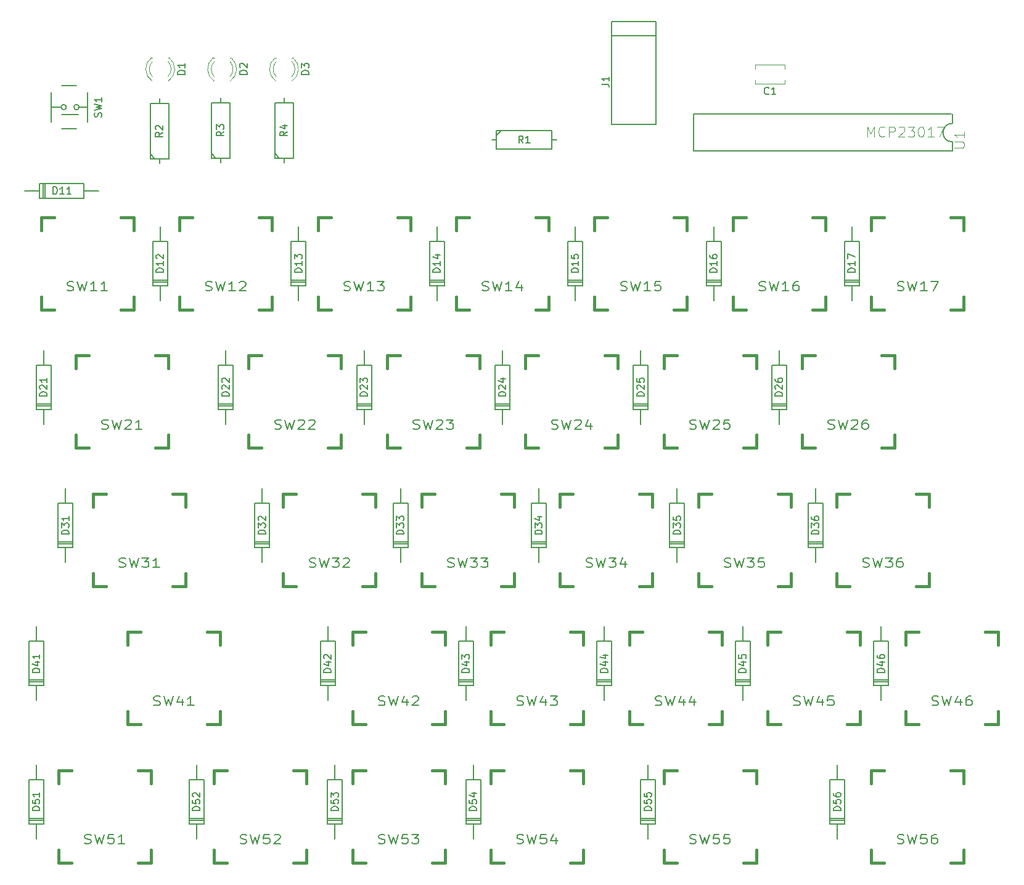
<source format=gto>
G04 #@! TF.FileFunction,Legend,Top*
%FSLAX46Y46*%
G04 Gerber Fmt 4.6, Leading zero omitted, Abs format (unit mm)*
G04 Created by KiCad (PCBNEW 4.0.1-stable) date 2017/04/05 22:22:28*
%MOMM*%
G01*
G04 APERTURE LIST*
%ADD10C,0.100000*%
%ADD11C,0.150000*%
%ADD12C,0.381000*%
%ADD13C,0.152400*%
%ADD14C,0.120000*%
%ADD15C,0.203200*%
%ADD16C,0.050000*%
G04 APERTURE END LIST*
D10*
D11*
X40310000Y-50000000D02*
X41580000Y-50000000D01*
X32690000Y-50000000D02*
X31420000Y-50000000D01*
X32690000Y-50000000D02*
X33452000Y-50000000D01*
X33452000Y-50000000D02*
X33452000Y-51016000D01*
X33452000Y-51016000D02*
X39548000Y-51016000D01*
X39548000Y-51016000D02*
X39548000Y-50000000D01*
X39548000Y-50000000D02*
X40310000Y-50000000D01*
X39548000Y-50000000D02*
X39548000Y-48984000D01*
X39548000Y-48984000D02*
X33452000Y-48984000D01*
X33452000Y-48984000D02*
X33452000Y-50000000D01*
X33960000Y-51016000D02*
X33960000Y-48984000D01*
X34214000Y-48984000D02*
X34214000Y-51016000D01*
X50000000Y-56190000D02*
X50000000Y-54920000D01*
X50000000Y-63810000D02*
X50000000Y-65080000D01*
X50000000Y-63810000D02*
X50000000Y-63048000D01*
X50000000Y-63048000D02*
X51016000Y-63048000D01*
X51016000Y-63048000D02*
X51016000Y-56952000D01*
X51016000Y-56952000D02*
X50000000Y-56952000D01*
X50000000Y-56952000D02*
X50000000Y-56190000D01*
X50000000Y-56952000D02*
X48984000Y-56952000D01*
X48984000Y-56952000D02*
X48984000Y-63048000D01*
X48984000Y-63048000D02*
X50000000Y-63048000D01*
X51016000Y-62540000D02*
X48984000Y-62540000D01*
X48984000Y-62286000D02*
X51016000Y-62286000D01*
X69000000Y-56190000D02*
X69000000Y-54920000D01*
X69000000Y-63810000D02*
X69000000Y-65080000D01*
X69000000Y-63810000D02*
X69000000Y-63048000D01*
X69000000Y-63048000D02*
X70016000Y-63048000D01*
X70016000Y-63048000D02*
X70016000Y-56952000D01*
X70016000Y-56952000D02*
X69000000Y-56952000D01*
X69000000Y-56952000D02*
X69000000Y-56190000D01*
X69000000Y-56952000D02*
X67984000Y-56952000D01*
X67984000Y-56952000D02*
X67984000Y-63048000D01*
X67984000Y-63048000D02*
X69000000Y-63048000D01*
X70016000Y-62540000D02*
X67984000Y-62540000D01*
X67984000Y-62286000D02*
X70016000Y-62286000D01*
X88000000Y-56190000D02*
X88000000Y-54920000D01*
X88000000Y-63810000D02*
X88000000Y-65080000D01*
X88000000Y-63810000D02*
X88000000Y-63048000D01*
X88000000Y-63048000D02*
X89016000Y-63048000D01*
X89016000Y-63048000D02*
X89016000Y-56952000D01*
X89016000Y-56952000D02*
X88000000Y-56952000D01*
X88000000Y-56952000D02*
X88000000Y-56190000D01*
X88000000Y-56952000D02*
X86984000Y-56952000D01*
X86984000Y-56952000D02*
X86984000Y-63048000D01*
X86984000Y-63048000D02*
X88000000Y-63048000D01*
X89016000Y-62540000D02*
X86984000Y-62540000D01*
X86984000Y-62286000D02*
X89016000Y-62286000D01*
X107000000Y-56190000D02*
X107000000Y-54920000D01*
X107000000Y-63810000D02*
X107000000Y-65080000D01*
X107000000Y-63810000D02*
X107000000Y-63048000D01*
X107000000Y-63048000D02*
X108016000Y-63048000D01*
X108016000Y-63048000D02*
X108016000Y-56952000D01*
X108016000Y-56952000D02*
X107000000Y-56952000D01*
X107000000Y-56952000D02*
X107000000Y-56190000D01*
X107000000Y-56952000D02*
X105984000Y-56952000D01*
X105984000Y-56952000D02*
X105984000Y-63048000D01*
X105984000Y-63048000D02*
X107000000Y-63048000D01*
X108016000Y-62540000D02*
X105984000Y-62540000D01*
X105984000Y-62286000D02*
X108016000Y-62286000D01*
X126000000Y-56190000D02*
X126000000Y-54920000D01*
X126000000Y-63810000D02*
X126000000Y-65080000D01*
X126000000Y-63810000D02*
X126000000Y-63048000D01*
X126000000Y-63048000D02*
X127016000Y-63048000D01*
X127016000Y-63048000D02*
X127016000Y-56952000D01*
X127016000Y-56952000D02*
X126000000Y-56952000D01*
X126000000Y-56952000D02*
X126000000Y-56190000D01*
X126000000Y-56952000D02*
X124984000Y-56952000D01*
X124984000Y-56952000D02*
X124984000Y-63048000D01*
X124984000Y-63048000D02*
X126000000Y-63048000D01*
X127016000Y-62540000D02*
X124984000Y-62540000D01*
X124984000Y-62286000D02*
X127016000Y-62286000D01*
X145000000Y-56190000D02*
X145000000Y-54920000D01*
X145000000Y-63810000D02*
X145000000Y-65080000D01*
X145000000Y-63810000D02*
X145000000Y-63048000D01*
X145000000Y-63048000D02*
X146016000Y-63048000D01*
X146016000Y-63048000D02*
X146016000Y-56952000D01*
X146016000Y-56952000D02*
X145000000Y-56952000D01*
X145000000Y-56952000D02*
X145000000Y-56190000D01*
X145000000Y-56952000D02*
X143984000Y-56952000D01*
X143984000Y-56952000D02*
X143984000Y-63048000D01*
X143984000Y-63048000D02*
X145000000Y-63048000D01*
X146016000Y-62540000D02*
X143984000Y-62540000D01*
X143984000Y-62286000D02*
X146016000Y-62286000D01*
X34000000Y-73190000D02*
X34000000Y-71920000D01*
X34000000Y-80810000D02*
X34000000Y-82080000D01*
X34000000Y-80810000D02*
X34000000Y-80048000D01*
X34000000Y-80048000D02*
X35016000Y-80048000D01*
X35016000Y-80048000D02*
X35016000Y-73952000D01*
X35016000Y-73952000D02*
X34000000Y-73952000D01*
X34000000Y-73952000D02*
X34000000Y-73190000D01*
X34000000Y-73952000D02*
X32984000Y-73952000D01*
X32984000Y-73952000D02*
X32984000Y-80048000D01*
X32984000Y-80048000D02*
X34000000Y-80048000D01*
X35016000Y-79540000D02*
X32984000Y-79540000D01*
X32984000Y-79286000D02*
X35016000Y-79286000D01*
X59000000Y-73190000D02*
X59000000Y-71920000D01*
X59000000Y-80810000D02*
X59000000Y-82080000D01*
X59000000Y-80810000D02*
X59000000Y-80048000D01*
X59000000Y-80048000D02*
X60016000Y-80048000D01*
X60016000Y-80048000D02*
X60016000Y-73952000D01*
X60016000Y-73952000D02*
X59000000Y-73952000D01*
X59000000Y-73952000D02*
X59000000Y-73190000D01*
X59000000Y-73952000D02*
X57984000Y-73952000D01*
X57984000Y-73952000D02*
X57984000Y-80048000D01*
X57984000Y-80048000D02*
X59000000Y-80048000D01*
X60016000Y-79540000D02*
X57984000Y-79540000D01*
X57984000Y-79286000D02*
X60016000Y-79286000D01*
X78000000Y-73190000D02*
X78000000Y-71920000D01*
X78000000Y-80810000D02*
X78000000Y-82080000D01*
X78000000Y-80810000D02*
X78000000Y-80048000D01*
X78000000Y-80048000D02*
X79016000Y-80048000D01*
X79016000Y-80048000D02*
X79016000Y-73952000D01*
X79016000Y-73952000D02*
X78000000Y-73952000D01*
X78000000Y-73952000D02*
X78000000Y-73190000D01*
X78000000Y-73952000D02*
X76984000Y-73952000D01*
X76984000Y-73952000D02*
X76984000Y-80048000D01*
X76984000Y-80048000D02*
X78000000Y-80048000D01*
X79016000Y-79540000D02*
X76984000Y-79540000D01*
X76984000Y-79286000D02*
X79016000Y-79286000D01*
X97000000Y-73190000D02*
X97000000Y-71920000D01*
X97000000Y-80810000D02*
X97000000Y-82080000D01*
X97000000Y-80810000D02*
X97000000Y-80048000D01*
X97000000Y-80048000D02*
X98016000Y-80048000D01*
X98016000Y-80048000D02*
X98016000Y-73952000D01*
X98016000Y-73952000D02*
X97000000Y-73952000D01*
X97000000Y-73952000D02*
X97000000Y-73190000D01*
X97000000Y-73952000D02*
X95984000Y-73952000D01*
X95984000Y-73952000D02*
X95984000Y-80048000D01*
X95984000Y-80048000D02*
X97000000Y-80048000D01*
X98016000Y-79540000D02*
X95984000Y-79540000D01*
X95984000Y-79286000D02*
X98016000Y-79286000D01*
X116000000Y-73190000D02*
X116000000Y-71920000D01*
X116000000Y-80810000D02*
X116000000Y-82080000D01*
X116000000Y-80810000D02*
X116000000Y-80048000D01*
X116000000Y-80048000D02*
X117016000Y-80048000D01*
X117016000Y-80048000D02*
X117016000Y-73952000D01*
X117016000Y-73952000D02*
X116000000Y-73952000D01*
X116000000Y-73952000D02*
X116000000Y-73190000D01*
X116000000Y-73952000D02*
X114984000Y-73952000D01*
X114984000Y-73952000D02*
X114984000Y-80048000D01*
X114984000Y-80048000D02*
X116000000Y-80048000D01*
X117016000Y-79540000D02*
X114984000Y-79540000D01*
X114984000Y-79286000D02*
X117016000Y-79286000D01*
X135000000Y-73190000D02*
X135000000Y-71920000D01*
X135000000Y-80810000D02*
X135000000Y-82080000D01*
X135000000Y-80810000D02*
X135000000Y-80048000D01*
X135000000Y-80048000D02*
X136016000Y-80048000D01*
X136016000Y-80048000D02*
X136016000Y-73952000D01*
X136016000Y-73952000D02*
X135000000Y-73952000D01*
X135000000Y-73952000D02*
X135000000Y-73190000D01*
X135000000Y-73952000D02*
X133984000Y-73952000D01*
X133984000Y-73952000D02*
X133984000Y-80048000D01*
X133984000Y-80048000D02*
X135000000Y-80048000D01*
X136016000Y-79540000D02*
X133984000Y-79540000D01*
X133984000Y-79286000D02*
X136016000Y-79286000D01*
X37000000Y-92190000D02*
X37000000Y-90920000D01*
X37000000Y-99810000D02*
X37000000Y-101080000D01*
X37000000Y-99810000D02*
X37000000Y-99048000D01*
X37000000Y-99048000D02*
X38016000Y-99048000D01*
X38016000Y-99048000D02*
X38016000Y-92952000D01*
X38016000Y-92952000D02*
X37000000Y-92952000D01*
X37000000Y-92952000D02*
X37000000Y-92190000D01*
X37000000Y-92952000D02*
X35984000Y-92952000D01*
X35984000Y-92952000D02*
X35984000Y-99048000D01*
X35984000Y-99048000D02*
X37000000Y-99048000D01*
X38016000Y-98540000D02*
X35984000Y-98540000D01*
X35984000Y-98286000D02*
X38016000Y-98286000D01*
X64000000Y-92190000D02*
X64000000Y-90920000D01*
X64000000Y-99810000D02*
X64000000Y-101080000D01*
X64000000Y-99810000D02*
X64000000Y-99048000D01*
X64000000Y-99048000D02*
X65016000Y-99048000D01*
X65016000Y-99048000D02*
X65016000Y-92952000D01*
X65016000Y-92952000D02*
X64000000Y-92952000D01*
X64000000Y-92952000D02*
X64000000Y-92190000D01*
X64000000Y-92952000D02*
X62984000Y-92952000D01*
X62984000Y-92952000D02*
X62984000Y-99048000D01*
X62984000Y-99048000D02*
X64000000Y-99048000D01*
X65016000Y-98540000D02*
X62984000Y-98540000D01*
X62984000Y-98286000D02*
X65016000Y-98286000D01*
X83000000Y-92190000D02*
X83000000Y-90920000D01*
X83000000Y-99810000D02*
X83000000Y-101080000D01*
X83000000Y-99810000D02*
X83000000Y-99048000D01*
X83000000Y-99048000D02*
X84016000Y-99048000D01*
X84016000Y-99048000D02*
X84016000Y-92952000D01*
X84016000Y-92952000D02*
X83000000Y-92952000D01*
X83000000Y-92952000D02*
X83000000Y-92190000D01*
X83000000Y-92952000D02*
X81984000Y-92952000D01*
X81984000Y-92952000D02*
X81984000Y-99048000D01*
X81984000Y-99048000D02*
X83000000Y-99048000D01*
X84016000Y-98540000D02*
X81984000Y-98540000D01*
X81984000Y-98286000D02*
X84016000Y-98286000D01*
X102000000Y-92190000D02*
X102000000Y-90920000D01*
X102000000Y-99810000D02*
X102000000Y-101080000D01*
X102000000Y-99810000D02*
X102000000Y-99048000D01*
X102000000Y-99048000D02*
X103016000Y-99048000D01*
X103016000Y-99048000D02*
X103016000Y-92952000D01*
X103016000Y-92952000D02*
X102000000Y-92952000D01*
X102000000Y-92952000D02*
X102000000Y-92190000D01*
X102000000Y-92952000D02*
X100984000Y-92952000D01*
X100984000Y-92952000D02*
X100984000Y-99048000D01*
X100984000Y-99048000D02*
X102000000Y-99048000D01*
X103016000Y-98540000D02*
X100984000Y-98540000D01*
X100984000Y-98286000D02*
X103016000Y-98286000D01*
X121000000Y-92190000D02*
X121000000Y-90920000D01*
X121000000Y-99810000D02*
X121000000Y-101080000D01*
X121000000Y-99810000D02*
X121000000Y-99048000D01*
X121000000Y-99048000D02*
X122016000Y-99048000D01*
X122016000Y-99048000D02*
X122016000Y-92952000D01*
X122016000Y-92952000D02*
X121000000Y-92952000D01*
X121000000Y-92952000D02*
X121000000Y-92190000D01*
X121000000Y-92952000D02*
X119984000Y-92952000D01*
X119984000Y-92952000D02*
X119984000Y-99048000D01*
X119984000Y-99048000D02*
X121000000Y-99048000D01*
X122016000Y-98540000D02*
X119984000Y-98540000D01*
X119984000Y-98286000D02*
X122016000Y-98286000D01*
X140000000Y-92190000D02*
X140000000Y-90920000D01*
X140000000Y-99810000D02*
X140000000Y-101080000D01*
X140000000Y-99810000D02*
X140000000Y-99048000D01*
X140000000Y-99048000D02*
X141016000Y-99048000D01*
X141016000Y-99048000D02*
X141016000Y-92952000D01*
X141016000Y-92952000D02*
X140000000Y-92952000D01*
X140000000Y-92952000D02*
X140000000Y-92190000D01*
X140000000Y-92952000D02*
X138984000Y-92952000D01*
X138984000Y-92952000D02*
X138984000Y-99048000D01*
X138984000Y-99048000D02*
X140000000Y-99048000D01*
X141016000Y-98540000D02*
X138984000Y-98540000D01*
X138984000Y-98286000D02*
X141016000Y-98286000D01*
X33000000Y-111190000D02*
X33000000Y-109920000D01*
X33000000Y-118810000D02*
X33000000Y-120080000D01*
X33000000Y-118810000D02*
X33000000Y-118048000D01*
X33000000Y-118048000D02*
X34016000Y-118048000D01*
X34016000Y-118048000D02*
X34016000Y-111952000D01*
X34016000Y-111952000D02*
X33000000Y-111952000D01*
X33000000Y-111952000D02*
X33000000Y-111190000D01*
X33000000Y-111952000D02*
X31984000Y-111952000D01*
X31984000Y-111952000D02*
X31984000Y-118048000D01*
X31984000Y-118048000D02*
X33000000Y-118048000D01*
X34016000Y-117540000D02*
X31984000Y-117540000D01*
X31984000Y-117286000D02*
X34016000Y-117286000D01*
X73000000Y-111190000D02*
X73000000Y-109920000D01*
X73000000Y-118810000D02*
X73000000Y-120080000D01*
X73000000Y-118810000D02*
X73000000Y-118048000D01*
X73000000Y-118048000D02*
X74016000Y-118048000D01*
X74016000Y-118048000D02*
X74016000Y-111952000D01*
X74016000Y-111952000D02*
X73000000Y-111952000D01*
X73000000Y-111952000D02*
X73000000Y-111190000D01*
X73000000Y-111952000D02*
X71984000Y-111952000D01*
X71984000Y-111952000D02*
X71984000Y-118048000D01*
X71984000Y-118048000D02*
X73000000Y-118048000D01*
X74016000Y-117540000D02*
X71984000Y-117540000D01*
X71984000Y-117286000D02*
X74016000Y-117286000D01*
X92000000Y-111190000D02*
X92000000Y-109920000D01*
X92000000Y-118810000D02*
X92000000Y-120080000D01*
X92000000Y-118810000D02*
X92000000Y-118048000D01*
X92000000Y-118048000D02*
X93016000Y-118048000D01*
X93016000Y-118048000D02*
X93016000Y-111952000D01*
X93016000Y-111952000D02*
X92000000Y-111952000D01*
X92000000Y-111952000D02*
X92000000Y-111190000D01*
X92000000Y-111952000D02*
X90984000Y-111952000D01*
X90984000Y-111952000D02*
X90984000Y-118048000D01*
X90984000Y-118048000D02*
X92000000Y-118048000D01*
X93016000Y-117540000D02*
X90984000Y-117540000D01*
X90984000Y-117286000D02*
X93016000Y-117286000D01*
X111000000Y-111190000D02*
X111000000Y-109920000D01*
X111000000Y-118810000D02*
X111000000Y-120080000D01*
X111000000Y-118810000D02*
X111000000Y-118048000D01*
X111000000Y-118048000D02*
X112016000Y-118048000D01*
X112016000Y-118048000D02*
X112016000Y-111952000D01*
X112016000Y-111952000D02*
X111000000Y-111952000D01*
X111000000Y-111952000D02*
X111000000Y-111190000D01*
X111000000Y-111952000D02*
X109984000Y-111952000D01*
X109984000Y-111952000D02*
X109984000Y-118048000D01*
X109984000Y-118048000D02*
X111000000Y-118048000D01*
X112016000Y-117540000D02*
X109984000Y-117540000D01*
X109984000Y-117286000D02*
X112016000Y-117286000D01*
X130000000Y-111190000D02*
X130000000Y-109920000D01*
X130000000Y-118810000D02*
X130000000Y-120080000D01*
X130000000Y-118810000D02*
X130000000Y-118048000D01*
X130000000Y-118048000D02*
X131016000Y-118048000D01*
X131016000Y-118048000D02*
X131016000Y-111952000D01*
X131016000Y-111952000D02*
X130000000Y-111952000D01*
X130000000Y-111952000D02*
X130000000Y-111190000D01*
X130000000Y-111952000D02*
X128984000Y-111952000D01*
X128984000Y-111952000D02*
X128984000Y-118048000D01*
X128984000Y-118048000D02*
X130000000Y-118048000D01*
X131016000Y-117540000D02*
X128984000Y-117540000D01*
X128984000Y-117286000D02*
X131016000Y-117286000D01*
X149000000Y-111190000D02*
X149000000Y-109920000D01*
X149000000Y-118810000D02*
X149000000Y-120080000D01*
X149000000Y-118810000D02*
X149000000Y-118048000D01*
X149000000Y-118048000D02*
X150016000Y-118048000D01*
X150016000Y-118048000D02*
X150016000Y-111952000D01*
X150016000Y-111952000D02*
X149000000Y-111952000D01*
X149000000Y-111952000D02*
X149000000Y-111190000D01*
X149000000Y-111952000D02*
X147984000Y-111952000D01*
X147984000Y-111952000D02*
X147984000Y-118048000D01*
X147984000Y-118048000D02*
X149000000Y-118048000D01*
X150016000Y-117540000D02*
X147984000Y-117540000D01*
X147984000Y-117286000D02*
X150016000Y-117286000D01*
X33000000Y-130190000D02*
X33000000Y-128920000D01*
X33000000Y-137810000D02*
X33000000Y-139080000D01*
X33000000Y-137810000D02*
X33000000Y-137048000D01*
X33000000Y-137048000D02*
X34016000Y-137048000D01*
X34016000Y-137048000D02*
X34016000Y-130952000D01*
X34016000Y-130952000D02*
X33000000Y-130952000D01*
X33000000Y-130952000D02*
X33000000Y-130190000D01*
X33000000Y-130952000D02*
X31984000Y-130952000D01*
X31984000Y-130952000D02*
X31984000Y-137048000D01*
X31984000Y-137048000D02*
X33000000Y-137048000D01*
X34016000Y-136540000D02*
X31984000Y-136540000D01*
X31984000Y-136286000D02*
X34016000Y-136286000D01*
X55000000Y-130190000D02*
X55000000Y-128920000D01*
X55000000Y-137810000D02*
X55000000Y-139080000D01*
X55000000Y-137810000D02*
X55000000Y-137048000D01*
X55000000Y-137048000D02*
X56016000Y-137048000D01*
X56016000Y-137048000D02*
X56016000Y-130952000D01*
X56016000Y-130952000D02*
X55000000Y-130952000D01*
X55000000Y-130952000D02*
X55000000Y-130190000D01*
X55000000Y-130952000D02*
X53984000Y-130952000D01*
X53984000Y-130952000D02*
X53984000Y-137048000D01*
X53984000Y-137048000D02*
X55000000Y-137048000D01*
X56016000Y-136540000D02*
X53984000Y-136540000D01*
X53984000Y-136286000D02*
X56016000Y-136286000D01*
X74000000Y-130190000D02*
X74000000Y-128920000D01*
X74000000Y-137810000D02*
X74000000Y-139080000D01*
X74000000Y-137810000D02*
X74000000Y-137048000D01*
X74000000Y-137048000D02*
X75016000Y-137048000D01*
X75016000Y-137048000D02*
X75016000Y-130952000D01*
X75016000Y-130952000D02*
X74000000Y-130952000D01*
X74000000Y-130952000D02*
X74000000Y-130190000D01*
X74000000Y-130952000D02*
X72984000Y-130952000D01*
X72984000Y-130952000D02*
X72984000Y-137048000D01*
X72984000Y-137048000D02*
X74000000Y-137048000D01*
X75016000Y-136540000D02*
X72984000Y-136540000D01*
X72984000Y-136286000D02*
X75016000Y-136286000D01*
X93000000Y-130190000D02*
X93000000Y-128920000D01*
X93000000Y-137810000D02*
X93000000Y-139080000D01*
X93000000Y-137810000D02*
X93000000Y-137048000D01*
X93000000Y-137048000D02*
X94016000Y-137048000D01*
X94016000Y-137048000D02*
X94016000Y-130952000D01*
X94016000Y-130952000D02*
X93000000Y-130952000D01*
X93000000Y-130952000D02*
X93000000Y-130190000D01*
X93000000Y-130952000D02*
X91984000Y-130952000D01*
X91984000Y-130952000D02*
X91984000Y-137048000D01*
X91984000Y-137048000D02*
X93000000Y-137048000D01*
X94016000Y-136540000D02*
X91984000Y-136540000D01*
X91984000Y-136286000D02*
X94016000Y-136286000D01*
X117000000Y-130190000D02*
X117000000Y-128920000D01*
X117000000Y-137810000D02*
X117000000Y-139080000D01*
X117000000Y-137810000D02*
X117000000Y-137048000D01*
X117000000Y-137048000D02*
X118016000Y-137048000D01*
X118016000Y-137048000D02*
X118016000Y-130952000D01*
X118016000Y-130952000D02*
X117000000Y-130952000D01*
X117000000Y-130952000D02*
X117000000Y-130190000D01*
X117000000Y-130952000D02*
X115984000Y-130952000D01*
X115984000Y-130952000D02*
X115984000Y-137048000D01*
X115984000Y-137048000D02*
X117000000Y-137048000D01*
X118016000Y-136540000D02*
X115984000Y-136540000D01*
X115984000Y-136286000D02*
X118016000Y-136286000D01*
X143000000Y-130190000D02*
X143000000Y-128920000D01*
X143000000Y-137810000D02*
X143000000Y-139080000D01*
X143000000Y-137810000D02*
X143000000Y-137048000D01*
X143000000Y-137048000D02*
X144016000Y-137048000D01*
X144016000Y-137048000D02*
X144016000Y-130952000D01*
X144016000Y-130952000D02*
X143000000Y-130952000D01*
X143000000Y-130952000D02*
X143000000Y-130190000D01*
X143000000Y-130952000D02*
X141984000Y-130952000D01*
X141984000Y-130952000D02*
X141984000Y-137048000D01*
X141984000Y-137048000D02*
X143000000Y-137048000D01*
X144016000Y-136540000D02*
X141984000Y-136540000D01*
X141984000Y-136286000D02*
X144016000Y-136286000D01*
X111950000Y-27750000D02*
X111950000Y-26700000D01*
X118050000Y-27750000D02*
X118050000Y-26700000D01*
X118050000Y-28800000D02*
X118050000Y-27800000D01*
X118050000Y-26700000D02*
X111950000Y-26700000D01*
X111950000Y-27800000D02*
X111950000Y-28800000D01*
X111950000Y-28800000D02*
X111950000Y-40900000D01*
X118050000Y-28800000D02*
X118050000Y-40900000D01*
X118050000Y-28700000D02*
X111950000Y-28700000D01*
X111950000Y-40900000D02*
X118050000Y-40900000D01*
X96190000Y-42365000D02*
X96190000Y-44270000D01*
X96190000Y-44270000D02*
X103810000Y-44270000D01*
X103810000Y-44270000D02*
X103810000Y-41730000D01*
X103810000Y-41730000D02*
X96190000Y-41730000D01*
X96190000Y-41730000D02*
X96190000Y-42365000D01*
X95555000Y-43000000D02*
X96190000Y-43000000D01*
X103810000Y-43000000D02*
X104445000Y-43000000D01*
X96190000Y-42365000D02*
X96825000Y-41730000D01*
X49265000Y-45610000D02*
X51170000Y-45610000D01*
X51170000Y-45610000D02*
X51170000Y-37990000D01*
X51170000Y-37990000D02*
X48630000Y-37990000D01*
X48630000Y-37990000D02*
X48630000Y-45610000D01*
X48630000Y-45610000D02*
X49265000Y-45610000D01*
X49900000Y-46245000D02*
X49900000Y-45610000D01*
X49900000Y-37990000D02*
X49900000Y-37355000D01*
X49265000Y-45610000D02*
X48630000Y-44975000D01*
X57665000Y-45510000D02*
X59570000Y-45510000D01*
X59570000Y-45510000D02*
X59570000Y-37890000D01*
X59570000Y-37890000D02*
X57030000Y-37890000D01*
X57030000Y-37890000D02*
X57030000Y-45510000D01*
X57030000Y-45510000D02*
X57665000Y-45510000D01*
X58300000Y-46145000D02*
X58300000Y-45510000D01*
X58300000Y-37890000D02*
X58300000Y-37255000D01*
X57665000Y-45510000D02*
X57030000Y-44875000D01*
X66365000Y-45510000D02*
X68270000Y-45510000D01*
X68270000Y-45510000D02*
X68270000Y-37890000D01*
X68270000Y-37890000D02*
X65730000Y-37890000D01*
X65730000Y-37890000D02*
X65730000Y-45510000D01*
X65730000Y-45510000D02*
X66365000Y-45510000D01*
X67000000Y-46145000D02*
X67000000Y-45510000D01*
X67000000Y-37890000D02*
X67000000Y-37255000D01*
X66365000Y-45510000D02*
X65730000Y-44875000D01*
D12*
X52650000Y-53650000D02*
X54428000Y-53650000D01*
X63572000Y-53650000D02*
X65350000Y-53650000D01*
X65350000Y-53650000D02*
X65350000Y-55428000D01*
X65350000Y-64572000D02*
X65350000Y-66350000D01*
X65350000Y-66350000D02*
X63572000Y-66350000D01*
X54428000Y-66350000D02*
X52650000Y-66350000D01*
X52650000Y-66350000D02*
X52650000Y-64572000D01*
X52650000Y-55428000D02*
X52650000Y-53650000D01*
X71650000Y-53650000D02*
X73428000Y-53650000D01*
X82572000Y-53650000D02*
X84350000Y-53650000D01*
X84350000Y-53650000D02*
X84350000Y-55428000D01*
X84350000Y-64572000D02*
X84350000Y-66350000D01*
X84350000Y-66350000D02*
X82572000Y-66350000D01*
X73428000Y-66350000D02*
X71650000Y-66350000D01*
X71650000Y-66350000D02*
X71650000Y-64572000D01*
X71650000Y-55428000D02*
X71650000Y-53650000D01*
X90650000Y-53650000D02*
X92428000Y-53650000D01*
X101572000Y-53650000D02*
X103350000Y-53650000D01*
X103350000Y-53650000D02*
X103350000Y-55428000D01*
X103350000Y-64572000D02*
X103350000Y-66350000D01*
X103350000Y-66350000D02*
X101572000Y-66350000D01*
X92428000Y-66350000D02*
X90650000Y-66350000D01*
X90650000Y-66350000D02*
X90650000Y-64572000D01*
X90650000Y-55428000D02*
X90650000Y-53650000D01*
X109650000Y-53650000D02*
X111428000Y-53650000D01*
X120572000Y-53650000D02*
X122350000Y-53650000D01*
X122350000Y-53650000D02*
X122350000Y-55428000D01*
X122350000Y-64572000D02*
X122350000Y-66350000D01*
X122350000Y-66350000D02*
X120572000Y-66350000D01*
X111428000Y-66350000D02*
X109650000Y-66350000D01*
X109650000Y-66350000D02*
X109650000Y-64572000D01*
X109650000Y-55428000D02*
X109650000Y-53650000D01*
X128650000Y-53650000D02*
X130428000Y-53650000D01*
X139572000Y-53650000D02*
X141350000Y-53650000D01*
X141350000Y-53650000D02*
X141350000Y-55428000D01*
X141350000Y-64572000D02*
X141350000Y-66350000D01*
X141350000Y-66350000D02*
X139572000Y-66350000D01*
X130428000Y-66350000D02*
X128650000Y-66350000D01*
X128650000Y-66350000D02*
X128650000Y-64572000D01*
X128650000Y-55428000D02*
X128650000Y-53650000D01*
X147650000Y-53650000D02*
X149428000Y-53650000D01*
X158572000Y-53650000D02*
X160350000Y-53650000D01*
X160350000Y-53650000D02*
X160350000Y-55428000D01*
X160350000Y-64572000D02*
X160350000Y-66350000D01*
X160350000Y-66350000D02*
X158572000Y-66350000D01*
X149428000Y-66350000D02*
X147650000Y-66350000D01*
X147650000Y-66350000D02*
X147650000Y-64572000D01*
X147650000Y-55428000D02*
X147650000Y-53650000D01*
X38400000Y-72650000D02*
X40178000Y-72650000D01*
X49322000Y-72650000D02*
X51100000Y-72650000D01*
X51100000Y-72650000D02*
X51100000Y-74428000D01*
X51100000Y-83572000D02*
X51100000Y-85350000D01*
X51100000Y-85350000D02*
X49322000Y-85350000D01*
X40178000Y-85350000D02*
X38400000Y-85350000D01*
X38400000Y-85350000D02*
X38400000Y-83572000D01*
X38400000Y-74428000D02*
X38400000Y-72650000D01*
X62150000Y-72650000D02*
X63928000Y-72650000D01*
X73072000Y-72650000D02*
X74850000Y-72650000D01*
X74850000Y-72650000D02*
X74850000Y-74428000D01*
X74850000Y-83572000D02*
X74850000Y-85350000D01*
X74850000Y-85350000D02*
X73072000Y-85350000D01*
X63928000Y-85350000D02*
X62150000Y-85350000D01*
X62150000Y-85350000D02*
X62150000Y-83572000D01*
X62150000Y-74428000D02*
X62150000Y-72650000D01*
X81150000Y-72650000D02*
X82928000Y-72650000D01*
X92072000Y-72650000D02*
X93850000Y-72650000D01*
X93850000Y-72650000D02*
X93850000Y-74428000D01*
X93850000Y-83572000D02*
X93850000Y-85350000D01*
X93850000Y-85350000D02*
X92072000Y-85350000D01*
X82928000Y-85350000D02*
X81150000Y-85350000D01*
X81150000Y-85350000D02*
X81150000Y-83572000D01*
X81150000Y-74428000D02*
X81150000Y-72650000D01*
X100150000Y-72650000D02*
X101928000Y-72650000D01*
X111072000Y-72650000D02*
X112850000Y-72650000D01*
X112850000Y-72650000D02*
X112850000Y-74428000D01*
X112850000Y-83572000D02*
X112850000Y-85350000D01*
X112850000Y-85350000D02*
X111072000Y-85350000D01*
X101928000Y-85350000D02*
X100150000Y-85350000D01*
X100150000Y-85350000D02*
X100150000Y-83572000D01*
X100150000Y-74428000D02*
X100150000Y-72650000D01*
X119150000Y-72650000D02*
X120928000Y-72650000D01*
X130072000Y-72650000D02*
X131850000Y-72650000D01*
X131850000Y-72650000D02*
X131850000Y-74428000D01*
X131850000Y-83572000D02*
X131850000Y-85350000D01*
X131850000Y-85350000D02*
X130072000Y-85350000D01*
X120928000Y-85350000D02*
X119150000Y-85350000D01*
X119150000Y-85350000D02*
X119150000Y-83572000D01*
X119150000Y-74428000D02*
X119150000Y-72650000D01*
X138150000Y-72650000D02*
X139928000Y-72650000D01*
X149072000Y-72650000D02*
X150850000Y-72650000D01*
X150850000Y-72650000D02*
X150850000Y-74428000D01*
X150850000Y-83572000D02*
X150850000Y-85350000D01*
X150850000Y-85350000D02*
X149072000Y-85350000D01*
X139928000Y-85350000D02*
X138150000Y-85350000D01*
X138150000Y-85350000D02*
X138150000Y-83572000D01*
X138150000Y-74428000D02*
X138150000Y-72650000D01*
X40775000Y-91650000D02*
X42553000Y-91650000D01*
X51697000Y-91650000D02*
X53475000Y-91650000D01*
X53475000Y-91650000D02*
X53475000Y-93428000D01*
X53475000Y-102572000D02*
X53475000Y-104350000D01*
X53475000Y-104350000D02*
X51697000Y-104350000D01*
X42553000Y-104350000D02*
X40775000Y-104350000D01*
X40775000Y-104350000D02*
X40775000Y-102572000D01*
X40775000Y-93428000D02*
X40775000Y-91650000D01*
X66900000Y-91650000D02*
X68678000Y-91650000D01*
X77822000Y-91650000D02*
X79600000Y-91650000D01*
X79600000Y-91650000D02*
X79600000Y-93428000D01*
X79600000Y-102572000D02*
X79600000Y-104350000D01*
X79600000Y-104350000D02*
X77822000Y-104350000D01*
X68678000Y-104350000D02*
X66900000Y-104350000D01*
X66900000Y-104350000D02*
X66900000Y-102572000D01*
X66900000Y-93428000D02*
X66900000Y-91650000D01*
X85900000Y-91650000D02*
X87678000Y-91650000D01*
X96822000Y-91650000D02*
X98600000Y-91650000D01*
X98600000Y-91650000D02*
X98600000Y-93428000D01*
X98600000Y-102572000D02*
X98600000Y-104350000D01*
X98600000Y-104350000D02*
X96822000Y-104350000D01*
X87678000Y-104350000D02*
X85900000Y-104350000D01*
X85900000Y-104350000D02*
X85900000Y-102572000D01*
X85900000Y-93428000D02*
X85900000Y-91650000D01*
X104900000Y-91650000D02*
X106678000Y-91650000D01*
X115822000Y-91650000D02*
X117600000Y-91650000D01*
X117600000Y-91650000D02*
X117600000Y-93428000D01*
X117600000Y-102572000D02*
X117600000Y-104350000D01*
X117600000Y-104350000D02*
X115822000Y-104350000D01*
X106678000Y-104350000D02*
X104900000Y-104350000D01*
X104900000Y-104350000D02*
X104900000Y-102572000D01*
X104900000Y-93428000D02*
X104900000Y-91650000D01*
X123900000Y-91650000D02*
X125678000Y-91650000D01*
X134822000Y-91650000D02*
X136600000Y-91650000D01*
X136600000Y-91650000D02*
X136600000Y-93428000D01*
X136600000Y-102572000D02*
X136600000Y-104350000D01*
X136600000Y-104350000D02*
X134822000Y-104350000D01*
X125678000Y-104350000D02*
X123900000Y-104350000D01*
X123900000Y-104350000D02*
X123900000Y-102572000D01*
X123900000Y-93428000D02*
X123900000Y-91650000D01*
X142900000Y-91650000D02*
X144678000Y-91650000D01*
X153822000Y-91650000D02*
X155600000Y-91650000D01*
X155600000Y-91650000D02*
X155600000Y-93428000D01*
X155600000Y-102572000D02*
X155600000Y-104350000D01*
X155600000Y-104350000D02*
X153822000Y-104350000D01*
X144678000Y-104350000D02*
X142900000Y-104350000D01*
X142900000Y-104350000D02*
X142900000Y-102572000D01*
X142900000Y-93428000D02*
X142900000Y-91650000D01*
X45525000Y-110650000D02*
X47303000Y-110650000D01*
X56447000Y-110650000D02*
X58225000Y-110650000D01*
X58225000Y-110650000D02*
X58225000Y-112428000D01*
X58225000Y-121572000D02*
X58225000Y-123350000D01*
X58225000Y-123350000D02*
X56447000Y-123350000D01*
X47303000Y-123350000D02*
X45525000Y-123350000D01*
X45525000Y-123350000D02*
X45525000Y-121572000D01*
X45525000Y-112428000D02*
X45525000Y-110650000D01*
X76400000Y-110650000D02*
X78178000Y-110650000D01*
X87322000Y-110650000D02*
X89100000Y-110650000D01*
X89100000Y-110650000D02*
X89100000Y-112428000D01*
X89100000Y-121572000D02*
X89100000Y-123350000D01*
X89100000Y-123350000D02*
X87322000Y-123350000D01*
X78178000Y-123350000D02*
X76400000Y-123350000D01*
X76400000Y-123350000D02*
X76400000Y-121572000D01*
X76400000Y-112428000D02*
X76400000Y-110650000D01*
X95400000Y-110650000D02*
X97178000Y-110650000D01*
X106322000Y-110650000D02*
X108100000Y-110650000D01*
X108100000Y-110650000D02*
X108100000Y-112428000D01*
X108100000Y-121572000D02*
X108100000Y-123350000D01*
X108100000Y-123350000D02*
X106322000Y-123350000D01*
X97178000Y-123350000D02*
X95400000Y-123350000D01*
X95400000Y-123350000D02*
X95400000Y-121572000D01*
X95400000Y-112428000D02*
X95400000Y-110650000D01*
X114400000Y-110650000D02*
X116178000Y-110650000D01*
X125322000Y-110650000D02*
X127100000Y-110650000D01*
X127100000Y-110650000D02*
X127100000Y-112428000D01*
X127100000Y-121572000D02*
X127100000Y-123350000D01*
X127100000Y-123350000D02*
X125322000Y-123350000D01*
X116178000Y-123350000D02*
X114400000Y-123350000D01*
X114400000Y-123350000D02*
X114400000Y-121572000D01*
X114400000Y-112428000D02*
X114400000Y-110650000D01*
X133400000Y-110650000D02*
X135178000Y-110650000D01*
X144322000Y-110650000D02*
X146100000Y-110650000D01*
X146100000Y-110650000D02*
X146100000Y-112428000D01*
X146100000Y-121572000D02*
X146100000Y-123350000D01*
X146100000Y-123350000D02*
X144322000Y-123350000D01*
X135178000Y-123350000D02*
X133400000Y-123350000D01*
X133400000Y-123350000D02*
X133400000Y-121572000D01*
X133400000Y-112428000D02*
X133400000Y-110650000D01*
X152400000Y-110650000D02*
X154178000Y-110650000D01*
X163322000Y-110650000D02*
X165100000Y-110650000D01*
X165100000Y-110650000D02*
X165100000Y-112428000D01*
X165100000Y-121572000D02*
X165100000Y-123350000D01*
X165100000Y-123350000D02*
X163322000Y-123350000D01*
X154178000Y-123350000D02*
X152400000Y-123350000D01*
X152400000Y-123350000D02*
X152400000Y-121572000D01*
X152400000Y-112428000D02*
X152400000Y-110650000D01*
X57400000Y-129650000D02*
X59178000Y-129650000D01*
X68322000Y-129650000D02*
X70100000Y-129650000D01*
X70100000Y-129650000D02*
X70100000Y-131428000D01*
X70100000Y-140572000D02*
X70100000Y-142350000D01*
X70100000Y-142350000D02*
X68322000Y-142350000D01*
X59178000Y-142350000D02*
X57400000Y-142350000D01*
X57400000Y-142350000D02*
X57400000Y-140572000D01*
X57400000Y-131428000D02*
X57400000Y-129650000D01*
X76400000Y-129650000D02*
X78178000Y-129650000D01*
X87322000Y-129650000D02*
X89100000Y-129650000D01*
X89100000Y-129650000D02*
X89100000Y-131428000D01*
X89100000Y-140572000D02*
X89100000Y-142350000D01*
X89100000Y-142350000D02*
X87322000Y-142350000D01*
X78178000Y-142350000D02*
X76400000Y-142350000D01*
X76400000Y-142350000D02*
X76400000Y-140572000D01*
X76400000Y-131428000D02*
X76400000Y-129650000D01*
D13*
X158780000Y-40730000D02*
X158780000Y-39460000D01*
X158780000Y-43270000D02*
G75*
G02X158780000Y-40730000I0J1270000D01*
G01*
X123220000Y-39460000D02*
X123220000Y-44540000D01*
X158780000Y-44540000D02*
X158780000Y-43270000D01*
X158780000Y-44540000D02*
X123220000Y-44540000D01*
X158653000Y-39460000D02*
X123220000Y-39460000D01*
D14*
X135810000Y-35310000D02*
X131690000Y-35310000D01*
X135810000Y-32690000D02*
X131690000Y-32690000D01*
X135810000Y-35310000D02*
X135810000Y-34750000D01*
X135810000Y-33250000D02*
X135810000Y-32690000D01*
X131690000Y-35310000D02*
X131690000Y-34750000D01*
X131690000Y-33250000D02*
X131690000Y-32690000D01*
X51078608Y-34942335D02*
G75*
G03X51235516Y-31710000I-1078608J1672335D01*
G01*
X48921392Y-34942335D02*
G75*
G02X48764484Y-31710000I1078608J1672335D01*
G01*
X51079837Y-34311130D02*
G75*
G03X51080000Y-32229039I-1079837J1041130D01*
G01*
X48920163Y-34311130D02*
G75*
G02X48920000Y-32229039I1079837J1041130D01*
G01*
X51236000Y-31710000D02*
X51080000Y-31710000D01*
X48920000Y-31710000D02*
X48764000Y-31710000D01*
X59578608Y-34942335D02*
G75*
G03X59735516Y-31710000I-1078608J1672335D01*
G01*
X57421392Y-34942335D02*
G75*
G02X57264484Y-31710000I1078608J1672335D01*
G01*
X59579837Y-34311130D02*
G75*
G03X59580000Y-32229039I-1079837J1041130D01*
G01*
X57420163Y-34311130D02*
G75*
G02X57420000Y-32229039I1079837J1041130D01*
G01*
X59736000Y-31710000D02*
X59580000Y-31710000D01*
X57420000Y-31710000D02*
X57264000Y-31710000D01*
X68078608Y-34942335D02*
G75*
G03X68235516Y-31710000I-1078608J1672335D01*
G01*
X65921392Y-34942335D02*
G75*
G02X65764484Y-31710000I1078608J1672335D01*
G01*
X68079837Y-34311130D02*
G75*
G03X68080000Y-32229039I-1079837J1041130D01*
G01*
X65920163Y-34311130D02*
G75*
G02X65920000Y-32229039I1079837J1041130D01*
G01*
X68236000Y-31710000D02*
X68080000Y-31710000D01*
X65920000Y-31710000D02*
X65764000Y-31710000D01*
D11*
X36500000Y-39500000D02*
X38750000Y-39500000D01*
X38750000Y-38500000D02*
X40000000Y-38500000D01*
X36500000Y-38500000D02*
X35000000Y-38500000D01*
X38853553Y-38500000D02*
G75*
G03X38853553Y-38500000I-353553J0D01*
G01*
X37103553Y-38500000D02*
G75*
G03X37103553Y-38500000I-353553J0D01*
G01*
X40000000Y-40500000D02*
X40000000Y-36500000D01*
X35000000Y-40500000D02*
X35000000Y-36500000D01*
X36500000Y-35500000D02*
X38500000Y-35500000D01*
X36500000Y-41500000D02*
X38500000Y-41500000D01*
D12*
X36025000Y-129650000D02*
X37803000Y-129650000D01*
X46947000Y-129650000D02*
X48725000Y-129650000D01*
X48725000Y-129650000D02*
X48725000Y-131428000D01*
X48725000Y-140572000D02*
X48725000Y-142350000D01*
X48725000Y-142350000D02*
X46947000Y-142350000D01*
X37803000Y-142350000D02*
X36025000Y-142350000D01*
X36025000Y-142350000D02*
X36025000Y-140572000D01*
X36025000Y-131428000D02*
X36025000Y-129650000D01*
X95400000Y-129650000D02*
X97178000Y-129650000D01*
X106322000Y-129650000D02*
X108100000Y-129650000D01*
X108100000Y-129650000D02*
X108100000Y-131428000D01*
X108100000Y-140572000D02*
X108100000Y-142350000D01*
X108100000Y-142350000D02*
X106322000Y-142350000D01*
X97178000Y-142350000D02*
X95400000Y-142350000D01*
X95400000Y-142350000D02*
X95400000Y-140572000D01*
X95400000Y-131428000D02*
X95400000Y-129650000D01*
X119150000Y-129650000D02*
X120928000Y-129650000D01*
X130072000Y-129650000D02*
X131850000Y-129650000D01*
X131850000Y-129650000D02*
X131850000Y-131428000D01*
X131850000Y-140572000D02*
X131850000Y-142350000D01*
X131850000Y-142350000D02*
X130072000Y-142350000D01*
X120928000Y-142350000D02*
X119150000Y-142350000D01*
X119150000Y-142350000D02*
X119150000Y-140572000D01*
X119150000Y-131428000D02*
X119150000Y-129650000D01*
X147650000Y-129650000D02*
X149428000Y-129650000D01*
X158572000Y-129650000D02*
X160350000Y-129650000D01*
X160350000Y-129650000D02*
X160350000Y-131428000D01*
X160350000Y-140572000D02*
X160350000Y-142350000D01*
X160350000Y-142350000D02*
X158572000Y-142350000D01*
X149428000Y-142350000D02*
X147650000Y-142350000D01*
X147650000Y-142350000D02*
X147650000Y-140572000D01*
X147650000Y-131428000D02*
X147650000Y-129650000D01*
X33650000Y-53650000D02*
X35428000Y-53650000D01*
X44572000Y-53650000D02*
X46350000Y-53650000D01*
X46350000Y-53650000D02*
X46350000Y-55428000D01*
X46350000Y-64572000D02*
X46350000Y-66350000D01*
X46350000Y-66350000D02*
X44572000Y-66350000D01*
X35428000Y-66350000D02*
X33650000Y-66350000D01*
X33650000Y-66350000D02*
X33650000Y-64572000D01*
X33650000Y-55428000D02*
X33650000Y-53650000D01*
D11*
X35285714Y-50452381D02*
X35285714Y-49452381D01*
X35523809Y-49452381D01*
X35666667Y-49500000D01*
X35761905Y-49595238D01*
X35809524Y-49690476D01*
X35857143Y-49880952D01*
X35857143Y-50023810D01*
X35809524Y-50214286D01*
X35761905Y-50309524D01*
X35666667Y-50404762D01*
X35523809Y-50452381D01*
X35285714Y-50452381D01*
X36809524Y-50452381D02*
X36238095Y-50452381D01*
X36523809Y-50452381D02*
X36523809Y-49452381D01*
X36428571Y-49595238D01*
X36333333Y-49690476D01*
X36238095Y-49738095D01*
X37761905Y-50452381D02*
X37190476Y-50452381D01*
X37476190Y-50452381D02*
X37476190Y-49452381D01*
X37380952Y-49595238D01*
X37285714Y-49690476D01*
X37190476Y-49738095D01*
X50452381Y-61214286D02*
X49452381Y-61214286D01*
X49452381Y-60976191D01*
X49500000Y-60833333D01*
X49595238Y-60738095D01*
X49690476Y-60690476D01*
X49880952Y-60642857D01*
X50023810Y-60642857D01*
X50214286Y-60690476D01*
X50309524Y-60738095D01*
X50404762Y-60833333D01*
X50452381Y-60976191D01*
X50452381Y-61214286D01*
X50452381Y-59690476D02*
X50452381Y-60261905D01*
X50452381Y-59976191D02*
X49452381Y-59976191D01*
X49595238Y-60071429D01*
X49690476Y-60166667D01*
X49738095Y-60261905D01*
X49547619Y-59309524D02*
X49500000Y-59261905D01*
X49452381Y-59166667D01*
X49452381Y-58928571D01*
X49500000Y-58833333D01*
X49547619Y-58785714D01*
X49642857Y-58738095D01*
X49738095Y-58738095D01*
X49880952Y-58785714D01*
X50452381Y-59357143D01*
X50452381Y-58738095D01*
X69452381Y-61214286D02*
X68452381Y-61214286D01*
X68452381Y-60976191D01*
X68500000Y-60833333D01*
X68595238Y-60738095D01*
X68690476Y-60690476D01*
X68880952Y-60642857D01*
X69023810Y-60642857D01*
X69214286Y-60690476D01*
X69309524Y-60738095D01*
X69404762Y-60833333D01*
X69452381Y-60976191D01*
X69452381Y-61214286D01*
X69452381Y-59690476D02*
X69452381Y-60261905D01*
X69452381Y-59976191D02*
X68452381Y-59976191D01*
X68595238Y-60071429D01*
X68690476Y-60166667D01*
X68738095Y-60261905D01*
X68452381Y-59357143D02*
X68452381Y-58738095D01*
X68833333Y-59071429D01*
X68833333Y-58928571D01*
X68880952Y-58833333D01*
X68928571Y-58785714D01*
X69023810Y-58738095D01*
X69261905Y-58738095D01*
X69357143Y-58785714D01*
X69404762Y-58833333D01*
X69452381Y-58928571D01*
X69452381Y-59214286D01*
X69404762Y-59309524D01*
X69357143Y-59357143D01*
X88452381Y-61214286D02*
X87452381Y-61214286D01*
X87452381Y-60976191D01*
X87500000Y-60833333D01*
X87595238Y-60738095D01*
X87690476Y-60690476D01*
X87880952Y-60642857D01*
X88023810Y-60642857D01*
X88214286Y-60690476D01*
X88309524Y-60738095D01*
X88404762Y-60833333D01*
X88452381Y-60976191D01*
X88452381Y-61214286D01*
X88452381Y-59690476D02*
X88452381Y-60261905D01*
X88452381Y-59976191D02*
X87452381Y-59976191D01*
X87595238Y-60071429D01*
X87690476Y-60166667D01*
X87738095Y-60261905D01*
X87785714Y-58833333D02*
X88452381Y-58833333D01*
X87404762Y-59071429D02*
X88119048Y-59309524D01*
X88119048Y-58690476D01*
X107452381Y-61214286D02*
X106452381Y-61214286D01*
X106452381Y-60976191D01*
X106500000Y-60833333D01*
X106595238Y-60738095D01*
X106690476Y-60690476D01*
X106880952Y-60642857D01*
X107023810Y-60642857D01*
X107214286Y-60690476D01*
X107309524Y-60738095D01*
X107404762Y-60833333D01*
X107452381Y-60976191D01*
X107452381Y-61214286D01*
X107452381Y-59690476D02*
X107452381Y-60261905D01*
X107452381Y-59976191D02*
X106452381Y-59976191D01*
X106595238Y-60071429D01*
X106690476Y-60166667D01*
X106738095Y-60261905D01*
X106452381Y-58785714D02*
X106452381Y-59261905D01*
X106928571Y-59309524D01*
X106880952Y-59261905D01*
X106833333Y-59166667D01*
X106833333Y-58928571D01*
X106880952Y-58833333D01*
X106928571Y-58785714D01*
X107023810Y-58738095D01*
X107261905Y-58738095D01*
X107357143Y-58785714D01*
X107404762Y-58833333D01*
X107452381Y-58928571D01*
X107452381Y-59166667D01*
X107404762Y-59261905D01*
X107357143Y-59309524D01*
X126452381Y-61214286D02*
X125452381Y-61214286D01*
X125452381Y-60976191D01*
X125500000Y-60833333D01*
X125595238Y-60738095D01*
X125690476Y-60690476D01*
X125880952Y-60642857D01*
X126023810Y-60642857D01*
X126214286Y-60690476D01*
X126309524Y-60738095D01*
X126404762Y-60833333D01*
X126452381Y-60976191D01*
X126452381Y-61214286D01*
X126452381Y-59690476D02*
X126452381Y-60261905D01*
X126452381Y-59976191D02*
X125452381Y-59976191D01*
X125595238Y-60071429D01*
X125690476Y-60166667D01*
X125738095Y-60261905D01*
X125452381Y-58833333D02*
X125452381Y-59023810D01*
X125500000Y-59119048D01*
X125547619Y-59166667D01*
X125690476Y-59261905D01*
X125880952Y-59309524D01*
X126261905Y-59309524D01*
X126357143Y-59261905D01*
X126404762Y-59214286D01*
X126452381Y-59119048D01*
X126452381Y-58928571D01*
X126404762Y-58833333D01*
X126357143Y-58785714D01*
X126261905Y-58738095D01*
X126023810Y-58738095D01*
X125928571Y-58785714D01*
X125880952Y-58833333D01*
X125833333Y-58928571D01*
X125833333Y-59119048D01*
X125880952Y-59214286D01*
X125928571Y-59261905D01*
X126023810Y-59309524D01*
X145452381Y-61214286D02*
X144452381Y-61214286D01*
X144452381Y-60976191D01*
X144500000Y-60833333D01*
X144595238Y-60738095D01*
X144690476Y-60690476D01*
X144880952Y-60642857D01*
X145023810Y-60642857D01*
X145214286Y-60690476D01*
X145309524Y-60738095D01*
X145404762Y-60833333D01*
X145452381Y-60976191D01*
X145452381Y-61214286D01*
X145452381Y-59690476D02*
X145452381Y-60261905D01*
X145452381Y-59976191D02*
X144452381Y-59976191D01*
X144595238Y-60071429D01*
X144690476Y-60166667D01*
X144738095Y-60261905D01*
X144452381Y-59357143D02*
X144452381Y-58690476D01*
X145452381Y-59119048D01*
X34452381Y-78214286D02*
X33452381Y-78214286D01*
X33452381Y-77976191D01*
X33500000Y-77833333D01*
X33595238Y-77738095D01*
X33690476Y-77690476D01*
X33880952Y-77642857D01*
X34023810Y-77642857D01*
X34214286Y-77690476D01*
X34309524Y-77738095D01*
X34404762Y-77833333D01*
X34452381Y-77976191D01*
X34452381Y-78214286D01*
X33547619Y-77261905D02*
X33500000Y-77214286D01*
X33452381Y-77119048D01*
X33452381Y-76880952D01*
X33500000Y-76785714D01*
X33547619Y-76738095D01*
X33642857Y-76690476D01*
X33738095Y-76690476D01*
X33880952Y-76738095D01*
X34452381Y-77309524D01*
X34452381Y-76690476D01*
X34452381Y-75738095D02*
X34452381Y-76309524D01*
X34452381Y-76023810D02*
X33452381Y-76023810D01*
X33595238Y-76119048D01*
X33690476Y-76214286D01*
X33738095Y-76309524D01*
X59452381Y-78214286D02*
X58452381Y-78214286D01*
X58452381Y-77976191D01*
X58500000Y-77833333D01*
X58595238Y-77738095D01*
X58690476Y-77690476D01*
X58880952Y-77642857D01*
X59023810Y-77642857D01*
X59214286Y-77690476D01*
X59309524Y-77738095D01*
X59404762Y-77833333D01*
X59452381Y-77976191D01*
X59452381Y-78214286D01*
X58547619Y-77261905D02*
X58500000Y-77214286D01*
X58452381Y-77119048D01*
X58452381Y-76880952D01*
X58500000Y-76785714D01*
X58547619Y-76738095D01*
X58642857Y-76690476D01*
X58738095Y-76690476D01*
X58880952Y-76738095D01*
X59452381Y-77309524D01*
X59452381Y-76690476D01*
X58547619Y-76309524D02*
X58500000Y-76261905D01*
X58452381Y-76166667D01*
X58452381Y-75928571D01*
X58500000Y-75833333D01*
X58547619Y-75785714D01*
X58642857Y-75738095D01*
X58738095Y-75738095D01*
X58880952Y-75785714D01*
X59452381Y-76357143D01*
X59452381Y-75738095D01*
X78452381Y-78214286D02*
X77452381Y-78214286D01*
X77452381Y-77976191D01*
X77500000Y-77833333D01*
X77595238Y-77738095D01*
X77690476Y-77690476D01*
X77880952Y-77642857D01*
X78023810Y-77642857D01*
X78214286Y-77690476D01*
X78309524Y-77738095D01*
X78404762Y-77833333D01*
X78452381Y-77976191D01*
X78452381Y-78214286D01*
X77547619Y-77261905D02*
X77500000Y-77214286D01*
X77452381Y-77119048D01*
X77452381Y-76880952D01*
X77500000Y-76785714D01*
X77547619Y-76738095D01*
X77642857Y-76690476D01*
X77738095Y-76690476D01*
X77880952Y-76738095D01*
X78452381Y-77309524D01*
X78452381Y-76690476D01*
X77452381Y-76357143D02*
X77452381Y-75738095D01*
X77833333Y-76071429D01*
X77833333Y-75928571D01*
X77880952Y-75833333D01*
X77928571Y-75785714D01*
X78023810Y-75738095D01*
X78261905Y-75738095D01*
X78357143Y-75785714D01*
X78404762Y-75833333D01*
X78452381Y-75928571D01*
X78452381Y-76214286D01*
X78404762Y-76309524D01*
X78357143Y-76357143D01*
X97452381Y-78214286D02*
X96452381Y-78214286D01*
X96452381Y-77976191D01*
X96500000Y-77833333D01*
X96595238Y-77738095D01*
X96690476Y-77690476D01*
X96880952Y-77642857D01*
X97023810Y-77642857D01*
X97214286Y-77690476D01*
X97309524Y-77738095D01*
X97404762Y-77833333D01*
X97452381Y-77976191D01*
X97452381Y-78214286D01*
X96547619Y-77261905D02*
X96500000Y-77214286D01*
X96452381Y-77119048D01*
X96452381Y-76880952D01*
X96500000Y-76785714D01*
X96547619Y-76738095D01*
X96642857Y-76690476D01*
X96738095Y-76690476D01*
X96880952Y-76738095D01*
X97452381Y-77309524D01*
X97452381Y-76690476D01*
X96785714Y-75833333D02*
X97452381Y-75833333D01*
X96404762Y-76071429D02*
X97119048Y-76309524D01*
X97119048Y-75690476D01*
X116452381Y-78214286D02*
X115452381Y-78214286D01*
X115452381Y-77976191D01*
X115500000Y-77833333D01*
X115595238Y-77738095D01*
X115690476Y-77690476D01*
X115880952Y-77642857D01*
X116023810Y-77642857D01*
X116214286Y-77690476D01*
X116309524Y-77738095D01*
X116404762Y-77833333D01*
X116452381Y-77976191D01*
X116452381Y-78214286D01*
X115547619Y-77261905D02*
X115500000Y-77214286D01*
X115452381Y-77119048D01*
X115452381Y-76880952D01*
X115500000Y-76785714D01*
X115547619Y-76738095D01*
X115642857Y-76690476D01*
X115738095Y-76690476D01*
X115880952Y-76738095D01*
X116452381Y-77309524D01*
X116452381Y-76690476D01*
X115452381Y-75785714D02*
X115452381Y-76261905D01*
X115928571Y-76309524D01*
X115880952Y-76261905D01*
X115833333Y-76166667D01*
X115833333Y-75928571D01*
X115880952Y-75833333D01*
X115928571Y-75785714D01*
X116023810Y-75738095D01*
X116261905Y-75738095D01*
X116357143Y-75785714D01*
X116404762Y-75833333D01*
X116452381Y-75928571D01*
X116452381Y-76166667D01*
X116404762Y-76261905D01*
X116357143Y-76309524D01*
X135452381Y-78214286D02*
X134452381Y-78214286D01*
X134452381Y-77976191D01*
X134500000Y-77833333D01*
X134595238Y-77738095D01*
X134690476Y-77690476D01*
X134880952Y-77642857D01*
X135023810Y-77642857D01*
X135214286Y-77690476D01*
X135309524Y-77738095D01*
X135404762Y-77833333D01*
X135452381Y-77976191D01*
X135452381Y-78214286D01*
X134547619Y-77261905D02*
X134500000Y-77214286D01*
X134452381Y-77119048D01*
X134452381Y-76880952D01*
X134500000Y-76785714D01*
X134547619Y-76738095D01*
X134642857Y-76690476D01*
X134738095Y-76690476D01*
X134880952Y-76738095D01*
X135452381Y-77309524D01*
X135452381Y-76690476D01*
X134452381Y-75833333D02*
X134452381Y-76023810D01*
X134500000Y-76119048D01*
X134547619Y-76166667D01*
X134690476Y-76261905D01*
X134880952Y-76309524D01*
X135261905Y-76309524D01*
X135357143Y-76261905D01*
X135404762Y-76214286D01*
X135452381Y-76119048D01*
X135452381Y-75928571D01*
X135404762Y-75833333D01*
X135357143Y-75785714D01*
X135261905Y-75738095D01*
X135023810Y-75738095D01*
X134928571Y-75785714D01*
X134880952Y-75833333D01*
X134833333Y-75928571D01*
X134833333Y-76119048D01*
X134880952Y-76214286D01*
X134928571Y-76261905D01*
X135023810Y-76309524D01*
X37452381Y-97214286D02*
X36452381Y-97214286D01*
X36452381Y-96976191D01*
X36500000Y-96833333D01*
X36595238Y-96738095D01*
X36690476Y-96690476D01*
X36880952Y-96642857D01*
X37023810Y-96642857D01*
X37214286Y-96690476D01*
X37309524Y-96738095D01*
X37404762Y-96833333D01*
X37452381Y-96976191D01*
X37452381Y-97214286D01*
X36452381Y-96309524D02*
X36452381Y-95690476D01*
X36833333Y-96023810D01*
X36833333Y-95880952D01*
X36880952Y-95785714D01*
X36928571Y-95738095D01*
X37023810Y-95690476D01*
X37261905Y-95690476D01*
X37357143Y-95738095D01*
X37404762Y-95785714D01*
X37452381Y-95880952D01*
X37452381Y-96166667D01*
X37404762Y-96261905D01*
X37357143Y-96309524D01*
X37452381Y-94738095D02*
X37452381Y-95309524D01*
X37452381Y-95023810D02*
X36452381Y-95023810D01*
X36595238Y-95119048D01*
X36690476Y-95214286D01*
X36738095Y-95309524D01*
X64452381Y-97214286D02*
X63452381Y-97214286D01*
X63452381Y-96976191D01*
X63500000Y-96833333D01*
X63595238Y-96738095D01*
X63690476Y-96690476D01*
X63880952Y-96642857D01*
X64023810Y-96642857D01*
X64214286Y-96690476D01*
X64309524Y-96738095D01*
X64404762Y-96833333D01*
X64452381Y-96976191D01*
X64452381Y-97214286D01*
X63452381Y-96309524D02*
X63452381Y-95690476D01*
X63833333Y-96023810D01*
X63833333Y-95880952D01*
X63880952Y-95785714D01*
X63928571Y-95738095D01*
X64023810Y-95690476D01*
X64261905Y-95690476D01*
X64357143Y-95738095D01*
X64404762Y-95785714D01*
X64452381Y-95880952D01*
X64452381Y-96166667D01*
X64404762Y-96261905D01*
X64357143Y-96309524D01*
X63547619Y-95309524D02*
X63500000Y-95261905D01*
X63452381Y-95166667D01*
X63452381Y-94928571D01*
X63500000Y-94833333D01*
X63547619Y-94785714D01*
X63642857Y-94738095D01*
X63738095Y-94738095D01*
X63880952Y-94785714D01*
X64452381Y-95357143D01*
X64452381Y-94738095D01*
X83452381Y-97214286D02*
X82452381Y-97214286D01*
X82452381Y-96976191D01*
X82500000Y-96833333D01*
X82595238Y-96738095D01*
X82690476Y-96690476D01*
X82880952Y-96642857D01*
X83023810Y-96642857D01*
X83214286Y-96690476D01*
X83309524Y-96738095D01*
X83404762Y-96833333D01*
X83452381Y-96976191D01*
X83452381Y-97214286D01*
X82452381Y-96309524D02*
X82452381Y-95690476D01*
X82833333Y-96023810D01*
X82833333Y-95880952D01*
X82880952Y-95785714D01*
X82928571Y-95738095D01*
X83023810Y-95690476D01*
X83261905Y-95690476D01*
X83357143Y-95738095D01*
X83404762Y-95785714D01*
X83452381Y-95880952D01*
X83452381Y-96166667D01*
X83404762Y-96261905D01*
X83357143Y-96309524D01*
X82452381Y-95357143D02*
X82452381Y-94738095D01*
X82833333Y-95071429D01*
X82833333Y-94928571D01*
X82880952Y-94833333D01*
X82928571Y-94785714D01*
X83023810Y-94738095D01*
X83261905Y-94738095D01*
X83357143Y-94785714D01*
X83404762Y-94833333D01*
X83452381Y-94928571D01*
X83452381Y-95214286D01*
X83404762Y-95309524D01*
X83357143Y-95357143D01*
X102452381Y-97214286D02*
X101452381Y-97214286D01*
X101452381Y-96976191D01*
X101500000Y-96833333D01*
X101595238Y-96738095D01*
X101690476Y-96690476D01*
X101880952Y-96642857D01*
X102023810Y-96642857D01*
X102214286Y-96690476D01*
X102309524Y-96738095D01*
X102404762Y-96833333D01*
X102452381Y-96976191D01*
X102452381Y-97214286D01*
X101452381Y-96309524D02*
X101452381Y-95690476D01*
X101833333Y-96023810D01*
X101833333Y-95880952D01*
X101880952Y-95785714D01*
X101928571Y-95738095D01*
X102023810Y-95690476D01*
X102261905Y-95690476D01*
X102357143Y-95738095D01*
X102404762Y-95785714D01*
X102452381Y-95880952D01*
X102452381Y-96166667D01*
X102404762Y-96261905D01*
X102357143Y-96309524D01*
X101785714Y-94833333D02*
X102452381Y-94833333D01*
X101404762Y-95071429D02*
X102119048Y-95309524D01*
X102119048Y-94690476D01*
X121452381Y-97214286D02*
X120452381Y-97214286D01*
X120452381Y-96976191D01*
X120500000Y-96833333D01*
X120595238Y-96738095D01*
X120690476Y-96690476D01*
X120880952Y-96642857D01*
X121023810Y-96642857D01*
X121214286Y-96690476D01*
X121309524Y-96738095D01*
X121404762Y-96833333D01*
X121452381Y-96976191D01*
X121452381Y-97214286D01*
X120452381Y-96309524D02*
X120452381Y-95690476D01*
X120833333Y-96023810D01*
X120833333Y-95880952D01*
X120880952Y-95785714D01*
X120928571Y-95738095D01*
X121023810Y-95690476D01*
X121261905Y-95690476D01*
X121357143Y-95738095D01*
X121404762Y-95785714D01*
X121452381Y-95880952D01*
X121452381Y-96166667D01*
X121404762Y-96261905D01*
X121357143Y-96309524D01*
X120452381Y-94785714D02*
X120452381Y-95261905D01*
X120928571Y-95309524D01*
X120880952Y-95261905D01*
X120833333Y-95166667D01*
X120833333Y-94928571D01*
X120880952Y-94833333D01*
X120928571Y-94785714D01*
X121023810Y-94738095D01*
X121261905Y-94738095D01*
X121357143Y-94785714D01*
X121404762Y-94833333D01*
X121452381Y-94928571D01*
X121452381Y-95166667D01*
X121404762Y-95261905D01*
X121357143Y-95309524D01*
X140452381Y-97214286D02*
X139452381Y-97214286D01*
X139452381Y-96976191D01*
X139500000Y-96833333D01*
X139595238Y-96738095D01*
X139690476Y-96690476D01*
X139880952Y-96642857D01*
X140023810Y-96642857D01*
X140214286Y-96690476D01*
X140309524Y-96738095D01*
X140404762Y-96833333D01*
X140452381Y-96976191D01*
X140452381Y-97214286D01*
X139452381Y-96309524D02*
X139452381Y-95690476D01*
X139833333Y-96023810D01*
X139833333Y-95880952D01*
X139880952Y-95785714D01*
X139928571Y-95738095D01*
X140023810Y-95690476D01*
X140261905Y-95690476D01*
X140357143Y-95738095D01*
X140404762Y-95785714D01*
X140452381Y-95880952D01*
X140452381Y-96166667D01*
X140404762Y-96261905D01*
X140357143Y-96309524D01*
X139452381Y-94833333D02*
X139452381Y-95023810D01*
X139500000Y-95119048D01*
X139547619Y-95166667D01*
X139690476Y-95261905D01*
X139880952Y-95309524D01*
X140261905Y-95309524D01*
X140357143Y-95261905D01*
X140404762Y-95214286D01*
X140452381Y-95119048D01*
X140452381Y-94928571D01*
X140404762Y-94833333D01*
X140357143Y-94785714D01*
X140261905Y-94738095D01*
X140023810Y-94738095D01*
X139928571Y-94785714D01*
X139880952Y-94833333D01*
X139833333Y-94928571D01*
X139833333Y-95119048D01*
X139880952Y-95214286D01*
X139928571Y-95261905D01*
X140023810Y-95309524D01*
X33452381Y-116214286D02*
X32452381Y-116214286D01*
X32452381Y-115976191D01*
X32500000Y-115833333D01*
X32595238Y-115738095D01*
X32690476Y-115690476D01*
X32880952Y-115642857D01*
X33023810Y-115642857D01*
X33214286Y-115690476D01*
X33309524Y-115738095D01*
X33404762Y-115833333D01*
X33452381Y-115976191D01*
X33452381Y-116214286D01*
X32785714Y-114785714D02*
X33452381Y-114785714D01*
X32404762Y-115023810D02*
X33119048Y-115261905D01*
X33119048Y-114642857D01*
X33452381Y-113738095D02*
X33452381Y-114309524D01*
X33452381Y-114023810D02*
X32452381Y-114023810D01*
X32595238Y-114119048D01*
X32690476Y-114214286D01*
X32738095Y-114309524D01*
X73452381Y-116214286D02*
X72452381Y-116214286D01*
X72452381Y-115976191D01*
X72500000Y-115833333D01*
X72595238Y-115738095D01*
X72690476Y-115690476D01*
X72880952Y-115642857D01*
X73023810Y-115642857D01*
X73214286Y-115690476D01*
X73309524Y-115738095D01*
X73404762Y-115833333D01*
X73452381Y-115976191D01*
X73452381Y-116214286D01*
X72785714Y-114785714D02*
X73452381Y-114785714D01*
X72404762Y-115023810D02*
X73119048Y-115261905D01*
X73119048Y-114642857D01*
X72547619Y-114309524D02*
X72500000Y-114261905D01*
X72452381Y-114166667D01*
X72452381Y-113928571D01*
X72500000Y-113833333D01*
X72547619Y-113785714D01*
X72642857Y-113738095D01*
X72738095Y-113738095D01*
X72880952Y-113785714D01*
X73452381Y-114357143D01*
X73452381Y-113738095D01*
X92452381Y-116214286D02*
X91452381Y-116214286D01*
X91452381Y-115976191D01*
X91500000Y-115833333D01*
X91595238Y-115738095D01*
X91690476Y-115690476D01*
X91880952Y-115642857D01*
X92023810Y-115642857D01*
X92214286Y-115690476D01*
X92309524Y-115738095D01*
X92404762Y-115833333D01*
X92452381Y-115976191D01*
X92452381Y-116214286D01*
X91785714Y-114785714D02*
X92452381Y-114785714D01*
X91404762Y-115023810D02*
X92119048Y-115261905D01*
X92119048Y-114642857D01*
X91452381Y-114357143D02*
X91452381Y-113738095D01*
X91833333Y-114071429D01*
X91833333Y-113928571D01*
X91880952Y-113833333D01*
X91928571Y-113785714D01*
X92023810Y-113738095D01*
X92261905Y-113738095D01*
X92357143Y-113785714D01*
X92404762Y-113833333D01*
X92452381Y-113928571D01*
X92452381Y-114214286D01*
X92404762Y-114309524D01*
X92357143Y-114357143D01*
X111452381Y-116214286D02*
X110452381Y-116214286D01*
X110452381Y-115976191D01*
X110500000Y-115833333D01*
X110595238Y-115738095D01*
X110690476Y-115690476D01*
X110880952Y-115642857D01*
X111023810Y-115642857D01*
X111214286Y-115690476D01*
X111309524Y-115738095D01*
X111404762Y-115833333D01*
X111452381Y-115976191D01*
X111452381Y-116214286D01*
X110785714Y-114785714D02*
X111452381Y-114785714D01*
X110404762Y-115023810D02*
X111119048Y-115261905D01*
X111119048Y-114642857D01*
X110785714Y-113833333D02*
X111452381Y-113833333D01*
X110404762Y-114071429D02*
X111119048Y-114309524D01*
X111119048Y-113690476D01*
X130452381Y-116214286D02*
X129452381Y-116214286D01*
X129452381Y-115976191D01*
X129500000Y-115833333D01*
X129595238Y-115738095D01*
X129690476Y-115690476D01*
X129880952Y-115642857D01*
X130023810Y-115642857D01*
X130214286Y-115690476D01*
X130309524Y-115738095D01*
X130404762Y-115833333D01*
X130452381Y-115976191D01*
X130452381Y-116214286D01*
X129785714Y-114785714D02*
X130452381Y-114785714D01*
X129404762Y-115023810D02*
X130119048Y-115261905D01*
X130119048Y-114642857D01*
X129452381Y-113785714D02*
X129452381Y-114261905D01*
X129928571Y-114309524D01*
X129880952Y-114261905D01*
X129833333Y-114166667D01*
X129833333Y-113928571D01*
X129880952Y-113833333D01*
X129928571Y-113785714D01*
X130023810Y-113738095D01*
X130261905Y-113738095D01*
X130357143Y-113785714D01*
X130404762Y-113833333D01*
X130452381Y-113928571D01*
X130452381Y-114166667D01*
X130404762Y-114261905D01*
X130357143Y-114309524D01*
X149452381Y-116214286D02*
X148452381Y-116214286D01*
X148452381Y-115976191D01*
X148500000Y-115833333D01*
X148595238Y-115738095D01*
X148690476Y-115690476D01*
X148880952Y-115642857D01*
X149023810Y-115642857D01*
X149214286Y-115690476D01*
X149309524Y-115738095D01*
X149404762Y-115833333D01*
X149452381Y-115976191D01*
X149452381Y-116214286D01*
X148785714Y-114785714D02*
X149452381Y-114785714D01*
X148404762Y-115023810D02*
X149119048Y-115261905D01*
X149119048Y-114642857D01*
X148452381Y-113833333D02*
X148452381Y-114023810D01*
X148500000Y-114119048D01*
X148547619Y-114166667D01*
X148690476Y-114261905D01*
X148880952Y-114309524D01*
X149261905Y-114309524D01*
X149357143Y-114261905D01*
X149404762Y-114214286D01*
X149452381Y-114119048D01*
X149452381Y-113928571D01*
X149404762Y-113833333D01*
X149357143Y-113785714D01*
X149261905Y-113738095D01*
X149023810Y-113738095D01*
X148928571Y-113785714D01*
X148880952Y-113833333D01*
X148833333Y-113928571D01*
X148833333Y-114119048D01*
X148880952Y-114214286D01*
X148928571Y-114261905D01*
X149023810Y-114309524D01*
X33452381Y-135214286D02*
X32452381Y-135214286D01*
X32452381Y-134976191D01*
X32500000Y-134833333D01*
X32595238Y-134738095D01*
X32690476Y-134690476D01*
X32880952Y-134642857D01*
X33023810Y-134642857D01*
X33214286Y-134690476D01*
X33309524Y-134738095D01*
X33404762Y-134833333D01*
X33452381Y-134976191D01*
X33452381Y-135214286D01*
X32452381Y-133738095D02*
X32452381Y-134214286D01*
X32928571Y-134261905D01*
X32880952Y-134214286D01*
X32833333Y-134119048D01*
X32833333Y-133880952D01*
X32880952Y-133785714D01*
X32928571Y-133738095D01*
X33023810Y-133690476D01*
X33261905Y-133690476D01*
X33357143Y-133738095D01*
X33404762Y-133785714D01*
X33452381Y-133880952D01*
X33452381Y-134119048D01*
X33404762Y-134214286D01*
X33357143Y-134261905D01*
X33452381Y-132738095D02*
X33452381Y-133309524D01*
X33452381Y-133023810D02*
X32452381Y-133023810D01*
X32595238Y-133119048D01*
X32690476Y-133214286D01*
X32738095Y-133309524D01*
X55452381Y-135214286D02*
X54452381Y-135214286D01*
X54452381Y-134976191D01*
X54500000Y-134833333D01*
X54595238Y-134738095D01*
X54690476Y-134690476D01*
X54880952Y-134642857D01*
X55023810Y-134642857D01*
X55214286Y-134690476D01*
X55309524Y-134738095D01*
X55404762Y-134833333D01*
X55452381Y-134976191D01*
X55452381Y-135214286D01*
X54452381Y-133738095D02*
X54452381Y-134214286D01*
X54928571Y-134261905D01*
X54880952Y-134214286D01*
X54833333Y-134119048D01*
X54833333Y-133880952D01*
X54880952Y-133785714D01*
X54928571Y-133738095D01*
X55023810Y-133690476D01*
X55261905Y-133690476D01*
X55357143Y-133738095D01*
X55404762Y-133785714D01*
X55452381Y-133880952D01*
X55452381Y-134119048D01*
X55404762Y-134214286D01*
X55357143Y-134261905D01*
X54547619Y-133309524D02*
X54500000Y-133261905D01*
X54452381Y-133166667D01*
X54452381Y-132928571D01*
X54500000Y-132833333D01*
X54547619Y-132785714D01*
X54642857Y-132738095D01*
X54738095Y-132738095D01*
X54880952Y-132785714D01*
X55452381Y-133357143D01*
X55452381Y-132738095D01*
X74452381Y-135214286D02*
X73452381Y-135214286D01*
X73452381Y-134976191D01*
X73500000Y-134833333D01*
X73595238Y-134738095D01*
X73690476Y-134690476D01*
X73880952Y-134642857D01*
X74023810Y-134642857D01*
X74214286Y-134690476D01*
X74309524Y-134738095D01*
X74404762Y-134833333D01*
X74452381Y-134976191D01*
X74452381Y-135214286D01*
X73452381Y-133738095D02*
X73452381Y-134214286D01*
X73928571Y-134261905D01*
X73880952Y-134214286D01*
X73833333Y-134119048D01*
X73833333Y-133880952D01*
X73880952Y-133785714D01*
X73928571Y-133738095D01*
X74023810Y-133690476D01*
X74261905Y-133690476D01*
X74357143Y-133738095D01*
X74404762Y-133785714D01*
X74452381Y-133880952D01*
X74452381Y-134119048D01*
X74404762Y-134214286D01*
X74357143Y-134261905D01*
X73452381Y-133357143D02*
X73452381Y-132738095D01*
X73833333Y-133071429D01*
X73833333Y-132928571D01*
X73880952Y-132833333D01*
X73928571Y-132785714D01*
X74023810Y-132738095D01*
X74261905Y-132738095D01*
X74357143Y-132785714D01*
X74404762Y-132833333D01*
X74452381Y-132928571D01*
X74452381Y-133214286D01*
X74404762Y-133309524D01*
X74357143Y-133357143D01*
X93452381Y-135214286D02*
X92452381Y-135214286D01*
X92452381Y-134976191D01*
X92500000Y-134833333D01*
X92595238Y-134738095D01*
X92690476Y-134690476D01*
X92880952Y-134642857D01*
X93023810Y-134642857D01*
X93214286Y-134690476D01*
X93309524Y-134738095D01*
X93404762Y-134833333D01*
X93452381Y-134976191D01*
X93452381Y-135214286D01*
X92452381Y-133738095D02*
X92452381Y-134214286D01*
X92928571Y-134261905D01*
X92880952Y-134214286D01*
X92833333Y-134119048D01*
X92833333Y-133880952D01*
X92880952Y-133785714D01*
X92928571Y-133738095D01*
X93023810Y-133690476D01*
X93261905Y-133690476D01*
X93357143Y-133738095D01*
X93404762Y-133785714D01*
X93452381Y-133880952D01*
X93452381Y-134119048D01*
X93404762Y-134214286D01*
X93357143Y-134261905D01*
X92785714Y-132833333D02*
X93452381Y-132833333D01*
X92404762Y-133071429D02*
X93119048Y-133309524D01*
X93119048Y-132690476D01*
X117452381Y-135214286D02*
X116452381Y-135214286D01*
X116452381Y-134976191D01*
X116500000Y-134833333D01*
X116595238Y-134738095D01*
X116690476Y-134690476D01*
X116880952Y-134642857D01*
X117023810Y-134642857D01*
X117214286Y-134690476D01*
X117309524Y-134738095D01*
X117404762Y-134833333D01*
X117452381Y-134976191D01*
X117452381Y-135214286D01*
X116452381Y-133738095D02*
X116452381Y-134214286D01*
X116928571Y-134261905D01*
X116880952Y-134214286D01*
X116833333Y-134119048D01*
X116833333Y-133880952D01*
X116880952Y-133785714D01*
X116928571Y-133738095D01*
X117023810Y-133690476D01*
X117261905Y-133690476D01*
X117357143Y-133738095D01*
X117404762Y-133785714D01*
X117452381Y-133880952D01*
X117452381Y-134119048D01*
X117404762Y-134214286D01*
X117357143Y-134261905D01*
X116452381Y-132785714D02*
X116452381Y-133261905D01*
X116928571Y-133309524D01*
X116880952Y-133261905D01*
X116833333Y-133166667D01*
X116833333Y-132928571D01*
X116880952Y-132833333D01*
X116928571Y-132785714D01*
X117023810Y-132738095D01*
X117261905Y-132738095D01*
X117357143Y-132785714D01*
X117404762Y-132833333D01*
X117452381Y-132928571D01*
X117452381Y-133166667D01*
X117404762Y-133261905D01*
X117357143Y-133309524D01*
X143452381Y-135214286D02*
X142452381Y-135214286D01*
X142452381Y-134976191D01*
X142500000Y-134833333D01*
X142595238Y-134738095D01*
X142690476Y-134690476D01*
X142880952Y-134642857D01*
X143023810Y-134642857D01*
X143214286Y-134690476D01*
X143309524Y-134738095D01*
X143404762Y-134833333D01*
X143452381Y-134976191D01*
X143452381Y-135214286D01*
X142452381Y-133738095D02*
X142452381Y-134214286D01*
X142928571Y-134261905D01*
X142880952Y-134214286D01*
X142833333Y-134119048D01*
X142833333Y-133880952D01*
X142880952Y-133785714D01*
X142928571Y-133738095D01*
X143023810Y-133690476D01*
X143261905Y-133690476D01*
X143357143Y-133738095D01*
X143404762Y-133785714D01*
X143452381Y-133880952D01*
X143452381Y-134119048D01*
X143404762Y-134214286D01*
X143357143Y-134261905D01*
X142452381Y-132833333D02*
X142452381Y-133023810D01*
X142500000Y-133119048D01*
X142547619Y-133166667D01*
X142690476Y-133261905D01*
X142880952Y-133309524D01*
X143261905Y-133309524D01*
X143357143Y-133261905D01*
X143404762Y-133214286D01*
X143452381Y-133119048D01*
X143452381Y-132928571D01*
X143404762Y-132833333D01*
X143357143Y-132785714D01*
X143261905Y-132738095D01*
X143023810Y-132738095D01*
X142928571Y-132785714D01*
X142880952Y-132833333D01*
X142833333Y-132928571D01*
X142833333Y-133119048D01*
X142880952Y-133214286D01*
X142928571Y-133261905D01*
X143023810Y-133309524D01*
X110642381Y-35333333D02*
X111356667Y-35333333D01*
X111499524Y-35380953D01*
X111594762Y-35476191D01*
X111642381Y-35619048D01*
X111642381Y-35714286D01*
X111642381Y-34333333D02*
X111642381Y-34904762D01*
X111642381Y-34619048D02*
X110642381Y-34619048D01*
X110785238Y-34714286D01*
X110880476Y-34809524D01*
X110928095Y-34904762D01*
X99833334Y-43452381D02*
X99500000Y-42976190D01*
X99261905Y-43452381D02*
X99261905Y-42452381D01*
X99642858Y-42452381D01*
X99738096Y-42500000D01*
X99785715Y-42547619D01*
X99833334Y-42642857D01*
X99833334Y-42785714D01*
X99785715Y-42880952D01*
X99738096Y-42928571D01*
X99642858Y-42976190D01*
X99261905Y-42976190D01*
X100785715Y-43452381D02*
X100214286Y-43452381D01*
X100500000Y-43452381D02*
X100500000Y-42452381D01*
X100404762Y-42595238D01*
X100309524Y-42690476D01*
X100214286Y-42738095D01*
X50352381Y-41966666D02*
X49876190Y-42300000D01*
X50352381Y-42538095D02*
X49352381Y-42538095D01*
X49352381Y-42157142D01*
X49400000Y-42061904D01*
X49447619Y-42014285D01*
X49542857Y-41966666D01*
X49685714Y-41966666D01*
X49780952Y-42014285D01*
X49828571Y-42061904D01*
X49876190Y-42157142D01*
X49876190Y-42538095D01*
X49447619Y-41585714D02*
X49400000Y-41538095D01*
X49352381Y-41442857D01*
X49352381Y-41204761D01*
X49400000Y-41109523D01*
X49447619Y-41061904D01*
X49542857Y-41014285D01*
X49638095Y-41014285D01*
X49780952Y-41061904D01*
X50352381Y-41633333D01*
X50352381Y-41014285D01*
X58752381Y-41866666D02*
X58276190Y-42200000D01*
X58752381Y-42438095D02*
X57752381Y-42438095D01*
X57752381Y-42057142D01*
X57800000Y-41961904D01*
X57847619Y-41914285D01*
X57942857Y-41866666D01*
X58085714Y-41866666D01*
X58180952Y-41914285D01*
X58228571Y-41961904D01*
X58276190Y-42057142D01*
X58276190Y-42438095D01*
X57752381Y-41533333D02*
X57752381Y-40914285D01*
X58133333Y-41247619D01*
X58133333Y-41104761D01*
X58180952Y-41009523D01*
X58228571Y-40961904D01*
X58323810Y-40914285D01*
X58561905Y-40914285D01*
X58657143Y-40961904D01*
X58704762Y-41009523D01*
X58752381Y-41104761D01*
X58752381Y-41390476D01*
X58704762Y-41485714D01*
X58657143Y-41533333D01*
X67452381Y-41866666D02*
X66976190Y-42200000D01*
X67452381Y-42438095D02*
X66452381Y-42438095D01*
X66452381Y-42057142D01*
X66500000Y-41961904D01*
X66547619Y-41914285D01*
X66642857Y-41866666D01*
X66785714Y-41866666D01*
X66880952Y-41914285D01*
X66928571Y-41961904D01*
X66976190Y-42057142D01*
X66976190Y-42438095D01*
X66785714Y-41009523D02*
X67452381Y-41009523D01*
X66404762Y-41247619D02*
X67119048Y-41485714D01*
X67119048Y-40866666D01*
D15*
X56242286Y-63689048D02*
X56460000Y-63749524D01*
X56822857Y-63749524D01*
X56968000Y-63689048D01*
X57040571Y-63628571D01*
X57113143Y-63507619D01*
X57113143Y-63386667D01*
X57040571Y-63265714D01*
X56968000Y-63205238D01*
X56822857Y-63144762D01*
X56532571Y-63084286D01*
X56387429Y-63023810D01*
X56314857Y-62963333D01*
X56242286Y-62842381D01*
X56242286Y-62721429D01*
X56314857Y-62600476D01*
X56387429Y-62540000D01*
X56532571Y-62479524D01*
X56895429Y-62479524D01*
X57113143Y-62540000D01*
X57621143Y-62479524D02*
X57984000Y-63749524D01*
X58274286Y-62842381D01*
X58564572Y-63749524D01*
X58927429Y-62479524D01*
X60306286Y-63749524D02*
X59435429Y-63749524D01*
X59870857Y-63749524D02*
X59870857Y-62479524D01*
X59725714Y-62660952D01*
X59580572Y-62781905D01*
X59435429Y-62842381D01*
X60886858Y-62600476D02*
X60959429Y-62540000D01*
X61104572Y-62479524D01*
X61467429Y-62479524D01*
X61612572Y-62540000D01*
X61685143Y-62600476D01*
X61757715Y-62721429D01*
X61757715Y-62842381D01*
X61685143Y-63023810D01*
X60814286Y-63749524D01*
X61757715Y-63749524D01*
X75242286Y-63689048D02*
X75460000Y-63749524D01*
X75822857Y-63749524D01*
X75968000Y-63689048D01*
X76040571Y-63628571D01*
X76113143Y-63507619D01*
X76113143Y-63386667D01*
X76040571Y-63265714D01*
X75968000Y-63205238D01*
X75822857Y-63144762D01*
X75532571Y-63084286D01*
X75387429Y-63023810D01*
X75314857Y-62963333D01*
X75242286Y-62842381D01*
X75242286Y-62721429D01*
X75314857Y-62600476D01*
X75387429Y-62540000D01*
X75532571Y-62479524D01*
X75895429Y-62479524D01*
X76113143Y-62540000D01*
X76621143Y-62479524D02*
X76984000Y-63749524D01*
X77274286Y-62842381D01*
X77564572Y-63749524D01*
X77927429Y-62479524D01*
X79306286Y-63749524D02*
X78435429Y-63749524D01*
X78870857Y-63749524D02*
X78870857Y-62479524D01*
X78725714Y-62660952D01*
X78580572Y-62781905D01*
X78435429Y-62842381D01*
X79814286Y-62479524D02*
X80757715Y-62479524D01*
X80249715Y-62963333D01*
X80467429Y-62963333D01*
X80612572Y-63023810D01*
X80685143Y-63084286D01*
X80757715Y-63205238D01*
X80757715Y-63507619D01*
X80685143Y-63628571D01*
X80612572Y-63689048D01*
X80467429Y-63749524D01*
X80032001Y-63749524D01*
X79886858Y-63689048D01*
X79814286Y-63628571D01*
X94242286Y-63689048D02*
X94460000Y-63749524D01*
X94822857Y-63749524D01*
X94968000Y-63689048D01*
X95040571Y-63628571D01*
X95113143Y-63507619D01*
X95113143Y-63386667D01*
X95040571Y-63265714D01*
X94968000Y-63205238D01*
X94822857Y-63144762D01*
X94532571Y-63084286D01*
X94387429Y-63023810D01*
X94314857Y-62963333D01*
X94242286Y-62842381D01*
X94242286Y-62721429D01*
X94314857Y-62600476D01*
X94387429Y-62540000D01*
X94532571Y-62479524D01*
X94895429Y-62479524D01*
X95113143Y-62540000D01*
X95621143Y-62479524D02*
X95984000Y-63749524D01*
X96274286Y-62842381D01*
X96564572Y-63749524D01*
X96927429Y-62479524D01*
X98306286Y-63749524D02*
X97435429Y-63749524D01*
X97870857Y-63749524D02*
X97870857Y-62479524D01*
X97725714Y-62660952D01*
X97580572Y-62781905D01*
X97435429Y-62842381D01*
X99612572Y-62902857D02*
X99612572Y-63749524D01*
X99249715Y-62419048D02*
X98886858Y-63326190D01*
X99830286Y-63326190D01*
X113242286Y-63689048D02*
X113460000Y-63749524D01*
X113822857Y-63749524D01*
X113968000Y-63689048D01*
X114040571Y-63628571D01*
X114113143Y-63507619D01*
X114113143Y-63386667D01*
X114040571Y-63265714D01*
X113968000Y-63205238D01*
X113822857Y-63144762D01*
X113532571Y-63084286D01*
X113387429Y-63023810D01*
X113314857Y-62963333D01*
X113242286Y-62842381D01*
X113242286Y-62721429D01*
X113314857Y-62600476D01*
X113387429Y-62540000D01*
X113532571Y-62479524D01*
X113895429Y-62479524D01*
X114113143Y-62540000D01*
X114621143Y-62479524D02*
X114984000Y-63749524D01*
X115274286Y-62842381D01*
X115564572Y-63749524D01*
X115927429Y-62479524D01*
X117306286Y-63749524D02*
X116435429Y-63749524D01*
X116870857Y-63749524D02*
X116870857Y-62479524D01*
X116725714Y-62660952D01*
X116580572Y-62781905D01*
X116435429Y-62842381D01*
X118685143Y-62479524D02*
X117959429Y-62479524D01*
X117886858Y-63084286D01*
X117959429Y-63023810D01*
X118104572Y-62963333D01*
X118467429Y-62963333D01*
X118612572Y-63023810D01*
X118685143Y-63084286D01*
X118757715Y-63205238D01*
X118757715Y-63507619D01*
X118685143Y-63628571D01*
X118612572Y-63689048D01*
X118467429Y-63749524D01*
X118104572Y-63749524D01*
X117959429Y-63689048D01*
X117886858Y-63628571D01*
X132242286Y-63689048D02*
X132460000Y-63749524D01*
X132822857Y-63749524D01*
X132968000Y-63689048D01*
X133040571Y-63628571D01*
X133113143Y-63507619D01*
X133113143Y-63386667D01*
X133040571Y-63265714D01*
X132968000Y-63205238D01*
X132822857Y-63144762D01*
X132532571Y-63084286D01*
X132387429Y-63023810D01*
X132314857Y-62963333D01*
X132242286Y-62842381D01*
X132242286Y-62721429D01*
X132314857Y-62600476D01*
X132387429Y-62540000D01*
X132532571Y-62479524D01*
X132895429Y-62479524D01*
X133113143Y-62540000D01*
X133621143Y-62479524D02*
X133984000Y-63749524D01*
X134274286Y-62842381D01*
X134564572Y-63749524D01*
X134927429Y-62479524D01*
X136306286Y-63749524D02*
X135435429Y-63749524D01*
X135870857Y-63749524D02*
X135870857Y-62479524D01*
X135725714Y-62660952D01*
X135580572Y-62781905D01*
X135435429Y-62842381D01*
X137612572Y-62479524D02*
X137322286Y-62479524D01*
X137177143Y-62540000D01*
X137104572Y-62600476D01*
X136959429Y-62781905D01*
X136886858Y-63023810D01*
X136886858Y-63507619D01*
X136959429Y-63628571D01*
X137032001Y-63689048D01*
X137177143Y-63749524D01*
X137467429Y-63749524D01*
X137612572Y-63689048D01*
X137685143Y-63628571D01*
X137757715Y-63507619D01*
X137757715Y-63205238D01*
X137685143Y-63084286D01*
X137612572Y-63023810D01*
X137467429Y-62963333D01*
X137177143Y-62963333D01*
X137032001Y-63023810D01*
X136959429Y-63084286D01*
X136886858Y-63205238D01*
X151242286Y-63689048D02*
X151460000Y-63749524D01*
X151822857Y-63749524D01*
X151968000Y-63689048D01*
X152040571Y-63628571D01*
X152113143Y-63507619D01*
X152113143Y-63386667D01*
X152040571Y-63265714D01*
X151968000Y-63205238D01*
X151822857Y-63144762D01*
X151532571Y-63084286D01*
X151387429Y-63023810D01*
X151314857Y-62963333D01*
X151242286Y-62842381D01*
X151242286Y-62721429D01*
X151314857Y-62600476D01*
X151387429Y-62540000D01*
X151532571Y-62479524D01*
X151895429Y-62479524D01*
X152113143Y-62540000D01*
X152621143Y-62479524D02*
X152984000Y-63749524D01*
X153274286Y-62842381D01*
X153564572Y-63749524D01*
X153927429Y-62479524D01*
X155306286Y-63749524D02*
X154435429Y-63749524D01*
X154870857Y-63749524D02*
X154870857Y-62479524D01*
X154725714Y-62660952D01*
X154580572Y-62781905D01*
X154435429Y-62842381D01*
X155814286Y-62479524D02*
X156830286Y-62479524D01*
X156177143Y-63749524D01*
X41992286Y-82689048D02*
X42210000Y-82749524D01*
X42572857Y-82749524D01*
X42718000Y-82689048D01*
X42790571Y-82628571D01*
X42863143Y-82507619D01*
X42863143Y-82386667D01*
X42790571Y-82265714D01*
X42718000Y-82205238D01*
X42572857Y-82144762D01*
X42282571Y-82084286D01*
X42137429Y-82023810D01*
X42064857Y-81963333D01*
X41992286Y-81842381D01*
X41992286Y-81721429D01*
X42064857Y-81600476D01*
X42137429Y-81540000D01*
X42282571Y-81479524D01*
X42645429Y-81479524D01*
X42863143Y-81540000D01*
X43371143Y-81479524D02*
X43734000Y-82749524D01*
X44024286Y-81842381D01*
X44314572Y-82749524D01*
X44677429Y-81479524D01*
X45185429Y-81600476D02*
X45258000Y-81540000D01*
X45403143Y-81479524D01*
X45766000Y-81479524D01*
X45911143Y-81540000D01*
X45983714Y-81600476D01*
X46056286Y-81721429D01*
X46056286Y-81842381D01*
X45983714Y-82023810D01*
X45112857Y-82749524D01*
X46056286Y-82749524D01*
X47507715Y-82749524D02*
X46636858Y-82749524D01*
X47072286Y-82749524D02*
X47072286Y-81479524D01*
X46927143Y-81660952D01*
X46782001Y-81781905D01*
X46636858Y-81842381D01*
X65742286Y-82689048D02*
X65960000Y-82749524D01*
X66322857Y-82749524D01*
X66468000Y-82689048D01*
X66540571Y-82628571D01*
X66613143Y-82507619D01*
X66613143Y-82386667D01*
X66540571Y-82265714D01*
X66468000Y-82205238D01*
X66322857Y-82144762D01*
X66032571Y-82084286D01*
X65887429Y-82023810D01*
X65814857Y-81963333D01*
X65742286Y-81842381D01*
X65742286Y-81721429D01*
X65814857Y-81600476D01*
X65887429Y-81540000D01*
X66032571Y-81479524D01*
X66395429Y-81479524D01*
X66613143Y-81540000D01*
X67121143Y-81479524D02*
X67484000Y-82749524D01*
X67774286Y-81842381D01*
X68064572Y-82749524D01*
X68427429Y-81479524D01*
X68935429Y-81600476D02*
X69008000Y-81540000D01*
X69153143Y-81479524D01*
X69516000Y-81479524D01*
X69661143Y-81540000D01*
X69733714Y-81600476D01*
X69806286Y-81721429D01*
X69806286Y-81842381D01*
X69733714Y-82023810D01*
X68862857Y-82749524D01*
X69806286Y-82749524D01*
X70386858Y-81600476D02*
X70459429Y-81540000D01*
X70604572Y-81479524D01*
X70967429Y-81479524D01*
X71112572Y-81540000D01*
X71185143Y-81600476D01*
X71257715Y-81721429D01*
X71257715Y-81842381D01*
X71185143Y-82023810D01*
X70314286Y-82749524D01*
X71257715Y-82749524D01*
X84742286Y-82689048D02*
X84960000Y-82749524D01*
X85322857Y-82749524D01*
X85468000Y-82689048D01*
X85540571Y-82628571D01*
X85613143Y-82507619D01*
X85613143Y-82386667D01*
X85540571Y-82265714D01*
X85468000Y-82205238D01*
X85322857Y-82144762D01*
X85032571Y-82084286D01*
X84887429Y-82023810D01*
X84814857Y-81963333D01*
X84742286Y-81842381D01*
X84742286Y-81721429D01*
X84814857Y-81600476D01*
X84887429Y-81540000D01*
X85032571Y-81479524D01*
X85395429Y-81479524D01*
X85613143Y-81540000D01*
X86121143Y-81479524D02*
X86484000Y-82749524D01*
X86774286Y-81842381D01*
X87064572Y-82749524D01*
X87427429Y-81479524D01*
X87935429Y-81600476D02*
X88008000Y-81540000D01*
X88153143Y-81479524D01*
X88516000Y-81479524D01*
X88661143Y-81540000D01*
X88733714Y-81600476D01*
X88806286Y-81721429D01*
X88806286Y-81842381D01*
X88733714Y-82023810D01*
X87862857Y-82749524D01*
X88806286Y-82749524D01*
X89314286Y-81479524D02*
X90257715Y-81479524D01*
X89749715Y-81963333D01*
X89967429Y-81963333D01*
X90112572Y-82023810D01*
X90185143Y-82084286D01*
X90257715Y-82205238D01*
X90257715Y-82507619D01*
X90185143Y-82628571D01*
X90112572Y-82689048D01*
X89967429Y-82749524D01*
X89532001Y-82749524D01*
X89386858Y-82689048D01*
X89314286Y-82628571D01*
X103742286Y-82689048D02*
X103960000Y-82749524D01*
X104322857Y-82749524D01*
X104468000Y-82689048D01*
X104540571Y-82628571D01*
X104613143Y-82507619D01*
X104613143Y-82386667D01*
X104540571Y-82265714D01*
X104468000Y-82205238D01*
X104322857Y-82144762D01*
X104032571Y-82084286D01*
X103887429Y-82023810D01*
X103814857Y-81963333D01*
X103742286Y-81842381D01*
X103742286Y-81721429D01*
X103814857Y-81600476D01*
X103887429Y-81540000D01*
X104032571Y-81479524D01*
X104395429Y-81479524D01*
X104613143Y-81540000D01*
X105121143Y-81479524D02*
X105484000Y-82749524D01*
X105774286Y-81842381D01*
X106064572Y-82749524D01*
X106427429Y-81479524D01*
X106935429Y-81600476D02*
X107008000Y-81540000D01*
X107153143Y-81479524D01*
X107516000Y-81479524D01*
X107661143Y-81540000D01*
X107733714Y-81600476D01*
X107806286Y-81721429D01*
X107806286Y-81842381D01*
X107733714Y-82023810D01*
X106862857Y-82749524D01*
X107806286Y-82749524D01*
X109112572Y-81902857D02*
X109112572Y-82749524D01*
X108749715Y-81419048D02*
X108386858Y-82326190D01*
X109330286Y-82326190D01*
X122742286Y-82689048D02*
X122960000Y-82749524D01*
X123322857Y-82749524D01*
X123468000Y-82689048D01*
X123540571Y-82628571D01*
X123613143Y-82507619D01*
X123613143Y-82386667D01*
X123540571Y-82265714D01*
X123468000Y-82205238D01*
X123322857Y-82144762D01*
X123032571Y-82084286D01*
X122887429Y-82023810D01*
X122814857Y-81963333D01*
X122742286Y-81842381D01*
X122742286Y-81721429D01*
X122814857Y-81600476D01*
X122887429Y-81540000D01*
X123032571Y-81479524D01*
X123395429Y-81479524D01*
X123613143Y-81540000D01*
X124121143Y-81479524D02*
X124484000Y-82749524D01*
X124774286Y-81842381D01*
X125064572Y-82749524D01*
X125427429Y-81479524D01*
X125935429Y-81600476D02*
X126008000Y-81540000D01*
X126153143Y-81479524D01*
X126516000Y-81479524D01*
X126661143Y-81540000D01*
X126733714Y-81600476D01*
X126806286Y-81721429D01*
X126806286Y-81842381D01*
X126733714Y-82023810D01*
X125862857Y-82749524D01*
X126806286Y-82749524D01*
X128185143Y-81479524D02*
X127459429Y-81479524D01*
X127386858Y-82084286D01*
X127459429Y-82023810D01*
X127604572Y-81963333D01*
X127967429Y-81963333D01*
X128112572Y-82023810D01*
X128185143Y-82084286D01*
X128257715Y-82205238D01*
X128257715Y-82507619D01*
X128185143Y-82628571D01*
X128112572Y-82689048D01*
X127967429Y-82749524D01*
X127604572Y-82749524D01*
X127459429Y-82689048D01*
X127386858Y-82628571D01*
X141742286Y-82689048D02*
X141960000Y-82749524D01*
X142322857Y-82749524D01*
X142468000Y-82689048D01*
X142540571Y-82628571D01*
X142613143Y-82507619D01*
X142613143Y-82386667D01*
X142540571Y-82265714D01*
X142468000Y-82205238D01*
X142322857Y-82144762D01*
X142032571Y-82084286D01*
X141887429Y-82023810D01*
X141814857Y-81963333D01*
X141742286Y-81842381D01*
X141742286Y-81721429D01*
X141814857Y-81600476D01*
X141887429Y-81540000D01*
X142032571Y-81479524D01*
X142395429Y-81479524D01*
X142613143Y-81540000D01*
X143121143Y-81479524D02*
X143484000Y-82749524D01*
X143774286Y-81842381D01*
X144064572Y-82749524D01*
X144427429Y-81479524D01*
X144935429Y-81600476D02*
X145008000Y-81540000D01*
X145153143Y-81479524D01*
X145516000Y-81479524D01*
X145661143Y-81540000D01*
X145733714Y-81600476D01*
X145806286Y-81721429D01*
X145806286Y-81842381D01*
X145733714Y-82023810D01*
X144862857Y-82749524D01*
X145806286Y-82749524D01*
X147112572Y-81479524D02*
X146822286Y-81479524D01*
X146677143Y-81540000D01*
X146604572Y-81600476D01*
X146459429Y-81781905D01*
X146386858Y-82023810D01*
X146386858Y-82507619D01*
X146459429Y-82628571D01*
X146532001Y-82689048D01*
X146677143Y-82749524D01*
X146967429Y-82749524D01*
X147112572Y-82689048D01*
X147185143Y-82628571D01*
X147257715Y-82507619D01*
X147257715Y-82205238D01*
X147185143Y-82084286D01*
X147112572Y-82023810D01*
X146967429Y-81963333D01*
X146677143Y-81963333D01*
X146532001Y-82023810D01*
X146459429Y-82084286D01*
X146386858Y-82205238D01*
X44367286Y-101689048D02*
X44585000Y-101749524D01*
X44947857Y-101749524D01*
X45093000Y-101689048D01*
X45165571Y-101628571D01*
X45238143Y-101507619D01*
X45238143Y-101386667D01*
X45165571Y-101265714D01*
X45093000Y-101205238D01*
X44947857Y-101144762D01*
X44657571Y-101084286D01*
X44512429Y-101023810D01*
X44439857Y-100963333D01*
X44367286Y-100842381D01*
X44367286Y-100721429D01*
X44439857Y-100600476D01*
X44512429Y-100540000D01*
X44657571Y-100479524D01*
X45020429Y-100479524D01*
X45238143Y-100540000D01*
X45746143Y-100479524D02*
X46109000Y-101749524D01*
X46399286Y-100842381D01*
X46689572Y-101749524D01*
X47052429Y-100479524D01*
X47487857Y-100479524D02*
X48431286Y-100479524D01*
X47923286Y-100963333D01*
X48141000Y-100963333D01*
X48286143Y-101023810D01*
X48358714Y-101084286D01*
X48431286Y-101205238D01*
X48431286Y-101507619D01*
X48358714Y-101628571D01*
X48286143Y-101689048D01*
X48141000Y-101749524D01*
X47705572Y-101749524D01*
X47560429Y-101689048D01*
X47487857Y-101628571D01*
X49882715Y-101749524D02*
X49011858Y-101749524D01*
X49447286Y-101749524D02*
X49447286Y-100479524D01*
X49302143Y-100660952D01*
X49157001Y-100781905D01*
X49011858Y-100842381D01*
X70492286Y-101689048D02*
X70710000Y-101749524D01*
X71072857Y-101749524D01*
X71218000Y-101689048D01*
X71290571Y-101628571D01*
X71363143Y-101507619D01*
X71363143Y-101386667D01*
X71290571Y-101265714D01*
X71218000Y-101205238D01*
X71072857Y-101144762D01*
X70782571Y-101084286D01*
X70637429Y-101023810D01*
X70564857Y-100963333D01*
X70492286Y-100842381D01*
X70492286Y-100721429D01*
X70564857Y-100600476D01*
X70637429Y-100540000D01*
X70782571Y-100479524D01*
X71145429Y-100479524D01*
X71363143Y-100540000D01*
X71871143Y-100479524D02*
X72234000Y-101749524D01*
X72524286Y-100842381D01*
X72814572Y-101749524D01*
X73177429Y-100479524D01*
X73612857Y-100479524D02*
X74556286Y-100479524D01*
X74048286Y-100963333D01*
X74266000Y-100963333D01*
X74411143Y-101023810D01*
X74483714Y-101084286D01*
X74556286Y-101205238D01*
X74556286Y-101507619D01*
X74483714Y-101628571D01*
X74411143Y-101689048D01*
X74266000Y-101749524D01*
X73830572Y-101749524D01*
X73685429Y-101689048D01*
X73612857Y-101628571D01*
X75136858Y-100600476D02*
X75209429Y-100540000D01*
X75354572Y-100479524D01*
X75717429Y-100479524D01*
X75862572Y-100540000D01*
X75935143Y-100600476D01*
X76007715Y-100721429D01*
X76007715Y-100842381D01*
X75935143Y-101023810D01*
X75064286Y-101749524D01*
X76007715Y-101749524D01*
X89492286Y-101689048D02*
X89710000Y-101749524D01*
X90072857Y-101749524D01*
X90218000Y-101689048D01*
X90290571Y-101628571D01*
X90363143Y-101507619D01*
X90363143Y-101386667D01*
X90290571Y-101265714D01*
X90218000Y-101205238D01*
X90072857Y-101144762D01*
X89782571Y-101084286D01*
X89637429Y-101023810D01*
X89564857Y-100963333D01*
X89492286Y-100842381D01*
X89492286Y-100721429D01*
X89564857Y-100600476D01*
X89637429Y-100540000D01*
X89782571Y-100479524D01*
X90145429Y-100479524D01*
X90363143Y-100540000D01*
X90871143Y-100479524D02*
X91234000Y-101749524D01*
X91524286Y-100842381D01*
X91814572Y-101749524D01*
X92177429Y-100479524D01*
X92612857Y-100479524D02*
X93556286Y-100479524D01*
X93048286Y-100963333D01*
X93266000Y-100963333D01*
X93411143Y-101023810D01*
X93483714Y-101084286D01*
X93556286Y-101205238D01*
X93556286Y-101507619D01*
X93483714Y-101628571D01*
X93411143Y-101689048D01*
X93266000Y-101749524D01*
X92830572Y-101749524D01*
X92685429Y-101689048D01*
X92612857Y-101628571D01*
X94064286Y-100479524D02*
X95007715Y-100479524D01*
X94499715Y-100963333D01*
X94717429Y-100963333D01*
X94862572Y-101023810D01*
X94935143Y-101084286D01*
X95007715Y-101205238D01*
X95007715Y-101507619D01*
X94935143Y-101628571D01*
X94862572Y-101689048D01*
X94717429Y-101749524D01*
X94282001Y-101749524D01*
X94136858Y-101689048D01*
X94064286Y-101628571D01*
X108492286Y-101689048D02*
X108710000Y-101749524D01*
X109072857Y-101749524D01*
X109218000Y-101689048D01*
X109290571Y-101628571D01*
X109363143Y-101507619D01*
X109363143Y-101386667D01*
X109290571Y-101265714D01*
X109218000Y-101205238D01*
X109072857Y-101144762D01*
X108782571Y-101084286D01*
X108637429Y-101023810D01*
X108564857Y-100963333D01*
X108492286Y-100842381D01*
X108492286Y-100721429D01*
X108564857Y-100600476D01*
X108637429Y-100540000D01*
X108782571Y-100479524D01*
X109145429Y-100479524D01*
X109363143Y-100540000D01*
X109871143Y-100479524D02*
X110234000Y-101749524D01*
X110524286Y-100842381D01*
X110814572Y-101749524D01*
X111177429Y-100479524D01*
X111612857Y-100479524D02*
X112556286Y-100479524D01*
X112048286Y-100963333D01*
X112266000Y-100963333D01*
X112411143Y-101023810D01*
X112483714Y-101084286D01*
X112556286Y-101205238D01*
X112556286Y-101507619D01*
X112483714Y-101628571D01*
X112411143Y-101689048D01*
X112266000Y-101749524D01*
X111830572Y-101749524D01*
X111685429Y-101689048D01*
X111612857Y-101628571D01*
X113862572Y-100902857D02*
X113862572Y-101749524D01*
X113499715Y-100419048D02*
X113136858Y-101326190D01*
X114080286Y-101326190D01*
X127492286Y-101689048D02*
X127710000Y-101749524D01*
X128072857Y-101749524D01*
X128218000Y-101689048D01*
X128290571Y-101628571D01*
X128363143Y-101507619D01*
X128363143Y-101386667D01*
X128290571Y-101265714D01*
X128218000Y-101205238D01*
X128072857Y-101144762D01*
X127782571Y-101084286D01*
X127637429Y-101023810D01*
X127564857Y-100963333D01*
X127492286Y-100842381D01*
X127492286Y-100721429D01*
X127564857Y-100600476D01*
X127637429Y-100540000D01*
X127782571Y-100479524D01*
X128145429Y-100479524D01*
X128363143Y-100540000D01*
X128871143Y-100479524D02*
X129234000Y-101749524D01*
X129524286Y-100842381D01*
X129814572Y-101749524D01*
X130177429Y-100479524D01*
X130612857Y-100479524D02*
X131556286Y-100479524D01*
X131048286Y-100963333D01*
X131266000Y-100963333D01*
X131411143Y-101023810D01*
X131483714Y-101084286D01*
X131556286Y-101205238D01*
X131556286Y-101507619D01*
X131483714Y-101628571D01*
X131411143Y-101689048D01*
X131266000Y-101749524D01*
X130830572Y-101749524D01*
X130685429Y-101689048D01*
X130612857Y-101628571D01*
X132935143Y-100479524D02*
X132209429Y-100479524D01*
X132136858Y-101084286D01*
X132209429Y-101023810D01*
X132354572Y-100963333D01*
X132717429Y-100963333D01*
X132862572Y-101023810D01*
X132935143Y-101084286D01*
X133007715Y-101205238D01*
X133007715Y-101507619D01*
X132935143Y-101628571D01*
X132862572Y-101689048D01*
X132717429Y-101749524D01*
X132354572Y-101749524D01*
X132209429Y-101689048D01*
X132136858Y-101628571D01*
X146492286Y-101689048D02*
X146710000Y-101749524D01*
X147072857Y-101749524D01*
X147218000Y-101689048D01*
X147290571Y-101628571D01*
X147363143Y-101507619D01*
X147363143Y-101386667D01*
X147290571Y-101265714D01*
X147218000Y-101205238D01*
X147072857Y-101144762D01*
X146782571Y-101084286D01*
X146637429Y-101023810D01*
X146564857Y-100963333D01*
X146492286Y-100842381D01*
X146492286Y-100721429D01*
X146564857Y-100600476D01*
X146637429Y-100540000D01*
X146782571Y-100479524D01*
X147145429Y-100479524D01*
X147363143Y-100540000D01*
X147871143Y-100479524D02*
X148234000Y-101749524D01*
X148524286Y-100842381D01*
X148814572Y-101749524D01*
X149177429Y-100479524D01*
X149612857Y-100479524D02*
X150556286Y-100479524D01*
X150048286Y-100963333D01*
X150266000Y-100963333D01*
X150411143Y-101023810D01*
X150483714Y-101084286D01*
X150556286Y-101205238D01*
X150556286Y-101507619D01*
X150483714Y-101628571D01*
X150411143Y-101689048D01*
X150266000Y-101749524D01*
X149830572Y-101749524D01*
X149685429Y-101689048D01*
X149612857Y-101628571D01*
X151862572Y-100479524D02*
X151572286Y-100479524D01*
X151427143Y-100540000D01*
X151354572Y-100600476D01*
X151209429Y-100781905D01*
X151136858Y-101023810D01*
X151136858Y-101507619D01*
X151209429Y-101628571D01*
X151282001Y-101689048D01*
X151427143Y-101749524D01*
X151717429Y-101749524D01*
X151862572Y-101689048D01*
X151935143Y-101628571D01*
X152007715Y-101507619D01*
X152007715Y-101205238D01*
X151935143Y-101084286D01*
X151862572Y-101023810D01*
X151717429Y-100963333D01*
X151427143Y-100963333D01*
X151282001Y-101023810D01*
X151209429Y-101084286D01*
X151136858Y-101205238D01*
X49117286Y-120689048D02*
X49335000Y-120749524D01*
X49697857Y-120749524D01*
X49843000Y-120689048D01*
X49915571Y-120628571D01*
X49988143Y-120507619D01*
X49988143Y-120386667D01*
X49915571Y-120265714D01*
X49843000Y-120205238D01*
X49697857Y-120144762D01*
X49407571Y-120084286D01*
X49262429Y-120023810D01*
X49189857Y-119963333D01*
X49117286Y-119842381D01*
X49117286Y-119721429D01*
X49189857Y-119600476D01*
X49262429Y-119540000D01*
X49407571Y-119479524D01*
X49770429Y-119479524D01*
X49988143Y-119540000D01*
X50496143Y-119479524D02*
X50859000Y-120749524D01*
X51149286Y-119842381D01*
X51439572Y-120749524D01*
X51802429Y-119479524D01*
X53036143Y-119902857D02*
X53036143Y-120749524D01*
X52673286Y-119419048D02*
X52310429Y-120326190D01*
X53253857Y-120326190D01*
X54632715Y-120749524D02*
X53761858Y-120749524D01*
X54197286Y-120749524D02*
X54197286Y-119479524D01*
X54052143Y-119660952D01*
X53907001Y-119781905D01*
X53761858Y-119842381D01*
X79992286Y-120689048D02*
X80210000Y-120749524D01*
X80572857Y-120749524D01*
X80718000Y-120689048D01*
X80790571Y-120628571D01*
X80863143Y-120507619D01*
X80863143Y-120386667D01*
X80790571Y-120265714D01*
X80718000Y-120205238D01*
X80572857Y-120144762D01*
X80282571Y-120084286D01*
X80137429Y-120023810D01*
X80064857Y-119963333D01*
X79992286Y-119842381D01*
X79992286Y-119721429D01*
X80064857Y-119600476D01*
X80137429Y-119540000D01*
X80282571Y-119479524D01*
X80645429Y-119479524D01*
X80863143Y-119540000D01*
X81371143Y-119479524D02*
X81734000Y-120749524D01*
X82024286Y-119842381D01*
X82314572Y-120749524D01*
X82677429Y-119479524D01*
X83911143Y-119902857D02*
X83911143Y-120749524D01*
X83548286Y-119419048D02*
X83185429Y-120326190D01*
X84128857Y-120326190D01*
X84636858Y-119600476D02*
X84709429Y-119540000D01*
X84854572Y-119479524D01*
X85217429Y-119479524D01*
X85362572Y-119540000D01*
X85435143Y-119600476D01*
X85507715Y-119721429D01*
X85507715Y-119842381D01*
X85435143Y-120023810D01*
X84564286Y-120749524D01*
X85507715Y-120749524D01*
X98992286Y-120689048D02*
X99210000Y-120749524D01*
X99572857Y-120749524D01*
X99718000Y-120689048D01*
X99790571Y-120628571D01*
X99863143Y-120507619D01*
X99863143Y-120386667D01*
X99790571Y-120265714D01*
X99718000Y-120205238D01*
X99572857Y-120144762D01*
X99282571Y-120084286D01*
X99137429Y-120023810D01*
X99064857Y-119963333D01*
X98992286Y-119842381D01*
X98992286Y-119721429D01*
X99064857Y-119600476D01*
X99137429Y-119540000D01*
X99282571Y-119479524D01*
X99645429Y-119479524D01*
X99863143Y-119540000D01*
X100371143Y-119479524D02*
X100734000Y-120749524D01*
X101024286Y-119842381D01*
X101314572Y-120749524D01*
X101677429Y-119479524D01*
X102911143Y-119902857D02*
X102911143Y-120749524D01*
X102548286Y-119419048D02*
X102185429Y-120326190D01*
X103128857Y-120326190D01*
X103564286Y-119479524D02*
X104507715Y-119479524D01*
X103999715Y-119963333D01*
X104217429Y-119963333D01*
X104362572Y-120023810D01*
X104435143Y-120084286D01*
X104507715Y-120205238D01*
X104507715Y-120507619D01*
X104435143Y-120628571D01*
X104362572Y-120689048D01*
X104217429Y-120749524D01*
X103782001Y-120749524D01*
X103636858Y-120689048D01*
X103564286Y-120628571D01*
X117992286Y-120689048D02*
X118210000Y-120749524D01*
X118572857Y-120749524D01*
X118718000Y-120689048D01*
X118790571Y-120628571D01*
X118863143Y-120507619D01*
X118863143Y-120386667D01*
X118790571Y-120265714D01*
X118718000Y-120205238D01*
X118572857Y-120144762D01*
X118282571Y-120084286D01*
X118137429Y-120023810D01*
X118064857Y-119963333D01*
X117992286Y-119842381D01*
X117992286Y-119721429D01*
X118064857Y-119600476D01*
X118137429Y-119540000D01*
X118282571Y-119479524D01*
X118645429Y-119479524D01*
X118863143Y-119540000D01*
X119371143Y-119479524D02*
X119734000Y-120749524D01*
X120024286Y-119842381D01*
X120314572Y-120749524D01*
X120677429Y-119479524D01*
X121911143Y-119902857D02*
X121911143Y-120749524D01*
X121548286Y-119419048D02*
X121185429Y-120326190D01*
X122128857Y-120326190D01*
X123362572Y-119902857D02*
X123362572Y-120749524D01*
X122999715Y-119419048D02*
X122636858Y-120326190D01*
X123580286Y-120326190D01*
X136992286Y-120689048D02*
X137210000Y-120749524D01*
X137572857Y-120749524D01*
X137718000Y-120689048D01*
X137790571Y-120628571D01*
X137863143Y-120507619D01*
X137863143Y-120386667D01*
X137790571Y-120265714D01*
X137718000Y-120205238D01*
X137572857Y-120144762D01*
X137282571Y-120084286D01*
X137137429Y-120023810D01*
X137064857Y-119963333D01*
X136992286Y-119842381D01*
X136992286Y-119721429D01*
X137064857Y-119600476D01*
X137137429Y-119540000D01*
X137282571Y-119479524D01*
X137645429Y-119479524D01*
X137863143Y-119540000D01*
X138371143Y-119479524D02*
X138734000Y-120749524D01*
X139024286Y-119842381D01*
X139314572Y-120749524D01*
X139677429Y-119479524D01*
X140911143Y-119902857D02*
X140911143Y-120749524D01*
X140548286Y-119419048D02*
X140185429Y-120326190D01*
X141128857Y-120326190D01*
X142435143Y-119479524D02*
X141709429Y-119479524D01*
X141636858Y-120084286D01*
X141709429Y-120023810D01*
X141854572Y-119963333D01*
X142217429Y-119963333D01*
X142362572Y-120023810D01*
X142435143Y-120084286D01*
X142507715Y-120205238D01*
X142507715Y-120507619D01*
X142435143Y-120628571D01*
X142362572Y-120689048D01*
X142217429Y-120749524D01*
X141854572Y-120749524D01*
X141709429Y-120689048D01*
X141636858Y-120628571D01*
X155992286Y-120689048D02*
X156210000Y-120749524D01*
X156572857Y-120749524D01*
X156718000Y-120689048D01*
X156790571Y-120628571D01*
X156863143Y-120507619D01*
X156863143Y-120386667D01*
X156790571Y-120265714D01*
X156718000Y-120205238D01*
X156572857Y-120144762D01*
X156282571Y-120084286D01*
X156137429Y-120023810D01*
X156064857Y-119963333D01*
X155992286Y-119842381D01*
X155992286Y-119721429D01*
X156064857Y-119600476D01*
X156137429Y-119540000D01*
X156282571Y-119479524D01*
X156645429Y-119479524D01*
X156863143Y-119540000D01*
X157371143Y-119479524D02*
X157734000Y-120749524D01*
X158024286Y-119842381D01*
X158314572Y-120749524D01*
X158677429Y-119479524D01*
X159911143Y-119902857D02*
X159911143Y-120749524D01*
X159548286Y-119419048D02*
X159185429Y-120326190D01*
X160128857Y-120326190D01*
X161362572Y-119479524D02*
X161072286Y-119479524D01*
X160927143Y-119540000D01*
X160854572Y-119600476D01*
X160709429Y-119781905D01*
X160636858Y-120023810D01*
X160636858Y-120507619D01*
X160709429Y-120628571D01*
X160782001Y-120689048D01*
X160927143Y-120749524D01*
X161217429Y-120749524D01*
X161362572Y-120689048D01*
X161435143Y-120628571D01*
X161507715Y-120507619D01*
X161507715Y-120205238D01*
X161435143Y-120084286D01*
X161362572Y-120023810D01*
X161217429Y-119963333D01*
X160927143Y-119963333D01*
X160782001Y-120023810D01*
X160709429Y-120084286D01*
X160636858Y-120205238D01*
X60992286Y-139689048D02*
X61210000Y-139749524D01*
X61572857Y-139749524D01*
X61718000Y-139689048D01*
X61790571Y-139628571D01*
X61863143Y-139507619D01*
X61863143Y-139386667D01*
X61790571Y-139265714D01*
X61718000Y-139205238D01*
X61572857Y-139144762D01*
X61282571Y-139084286D01*
X61137429Y-139023810D01*
X61064857Y-138963333D01*
X60992286Y-138842381D01*
X60992286Y-138721429D01*
X61064857Y-138600476D01*
X61137429Y-138540000D01*
X61282571Y-138479524D01*
X61645429Y-138479524D01*
X61863143Y-138540000D01*
X62371143Y-138479524D02*
X62734000Y-139749524D01*
X63024286Y-138842381D01*
X63314572Y-139749524D01*
X63677429Y-138479524D01*
X64983714Y-138479524D02*
X64258000Y-138479524D01*
X64185429Y-139084286D01*
X64258000Y-139023810D01*
X64403143Y-138963333D01*
X64766000Y-138963333D01*
X64911143Y-139023810D01*
X64983714Y-139084286D01*
X65056286Y-139205238D01*
X65056286Y-139507619D01*
X64983714Y-139628571D01*
X64911143Y-139689048D01*
X64766000Y-139749524D01*
X64403143Y-139749524D01*
X64258000Y-139689048D01*
X64185429Y-139628571D01*
X65636858Y-138600476D02*
X65709429Y-138540000D01*
X65854572Y-138479524D01*
X66217429Y-138479524D01*
X66362572Y-138540000D01*
X66435143Y-138600476D01*
X66507715Y-138721429D01*
X66507715Y-138842381D01*
X66435143Y-139023810D01*
X65564286Y-139749524D01*
X66507715Y-139749524D01*
X79992286Y-139689048D02*
X80210000Y-139749524D01*
X80572857Y-139749524D01*
X80718000Y-139689048D01*
X80790571Y-139628571D01*
X80863143Y-139507619D01*
X80863143Y-139386667D01*
X80790571Y-139265714D01*
X80718000Y-139205238D01*
X80572857Y-139144762D01*
X80282571Y-139084286D01*
X80137429Y-139023810D01*
X80064857Y-138963333D01*
X79992286Y-138842381D01*
X79992286Y-138721429D01*
X80064857Y-138600476D01*
X80137429Y-138540000D01*
X80282571Y-138479524D01*
X80645429Y-138479524D01*
X80863143Y-138540000D01*
X81371143Y-138479524D02*
X81734000Y-139749524D01*
X82024286Y-138842381D01*
X82314572Y-139749524D01*
X82677429Y-138479524D01*
X83983714Y-138479524D02*
X83258000Y-138479524D01*
X83185429Y-139084286D01*
X83258000Y-139023810D01*
X83403143Y-138963333D01*
X83766000Y-138963333D01*
X83911143Y-139023810D01*
X83983714Y-139084286D01*
X84056286Y-139205238D01*
X84056286Y-139507619D01*
X83983714Y-139628571D01*
X83911143Y-139689048D01*
X83766000Y-139749524D01*
X83403143Y-139749524D01*
X83258000Y-139689048D01*
X83185429Y-139628571D01*
X84564286Y-138479524D02*
X85507715Y-138479524D01*
X84999715Y-138963333D01*
X85217429Y-138963333D01*
X85362572Y-139023810D01*
X85435143Y-139084286D01*
X85507715Y-139205238D01*
X85507715Y-139507619D01*
X85435143Y-139628571D01*
X85362572Y-139689048D01*
X85217429Y-139749524D01*
X84782001Y-139749524D01*
X84636858Y-139689048D01*
X84564286Y-139628571D01*
D16*
X159029333Y-44082667D02*
X160162667Y-44082667D01*
X160296000Y-44016000D01*
X160362667Y-43949333D01*
X160429333Y-43816000D01*
X160429333Y-43549333D01*
X160362667Y-43416000D01*
X160296000Y-43349333D01*
X160162667Y-43282667D01*
X159029333Y-43282667D01*
X160429333Y-41882666D02*
X160429333Y-42682666D01*
X160429333Y-42282666D02*
X159029333Y-42282666D01*
X159229333Y-42416000D01*
X159362667Y-42549333D01*
X159429333Y-42682666D01*
X147103001Y-42582533D02*
X147103001Y-41182533D01*
X147569668Y-42182533D01*
X148036335Y-41182533D01*
X148036335Y-42582533D01*
X149503001Y-42449200D02*
X149436335Y-42515867D01*
X149236335Y-42582533D01*
X149103001Y-42582533D01*
X148903001Y-42515867D01*
X148769668Y-42382533D01*
X148703001Y-42249200D01*
X148636335Y-41982533D01*
X148636335Y-41782533D01*
X148703001Y-41515867D01*
X148769668Y-41382533D01*
X148903001Y-41249200D01*
X149103001Y-41182533D01*
X149236335Y-41182533D01*
X149436335Y-41249200D01*
X149503001Y-41315867D01*
X150103001Y-42582533D02*
X150103001Y-41182533D01*
X150636335Y-41182533D01*
X150769668Y-41249200D01*
X150836335Y-41315867D01*
X150903001Y-41449200D01*
X150903001Y-41649200D01*
X150836335Y-41782533D01*
X150769668Y-41849200D01*
X150636335Y-41915867D01*
X150103001Y-41915867D01*
X151436335Y-41315867D02*
X151503001Y-41249200D01*
X151636335Y-41182533D01*
X151969668Y-41182533D01*
X152103001Y-41249200D01*
X152169668Y-41315867D01*
X152236335Y-41449200D01*
X152236335Y-41582533D01*
X152169668Y-41782533D01*
X151369668Y-42582533D01*
X152236335Y-42582533D01*
X152703001Y-41182533D02*
X153569668Y-41182533D01*
X153103001Y-41715867D01*
X153303001Y-41715867D01*
X153436334Y-41782533D01*
X153503001Y-41849200D01*
X153569668Y-41982533D01*
X153569668Y-42315867D01*
X153503001Y-42449200D01*
X153436334Y-42515867D01*
X153303001Y-42582533D01*
X152903001Y-42582533D01*
X152769668Y-42515867D01*
X152703001Y-42449200D01*
X154436334Y-41182533D02*
X154569667Y-41182533D01*
X154703001Y-41249200D01*
X154769667Y-41315867D01*
X154836334Y-41449200D01*
X154903001Y-41715867D01*
X154903001Y-42049200D01*
X154836334Y-42315867D01*
X154769667Y-42449200D01*
X154703001Y-42515867D01*
X154569667Y-42582533D01*
X154436334Y-42582533D01*
X154303001Y-42515867D01*
X154236334Y-42449200D01*
X154169667Y-42315867D01*
X154103001Y-42049200D01*
X154103001Y-41715867D01*
X154169667Y-41449200D01*
X154236334Y-41315867D01*
X154303001Y-41249200D01*
X154436334Y-41182533D01*
X156236334Y-42582533D02*
X155436334Y-42582533D01*
X155836334Y-42582533D02*
X155836334Y-41182533D01*
X155703000Y-41382533D01*
X155569667Y-41515867D01*
X155436334Y-41582533D01*
X156703000Y-41182533D02*
X157636333Y-41182533D01*
X157036333Y-42582533D01*
D11*
X133583334Y-36667143D02*
X133535715Y-36714762D01*
X133392858Y-36762381D01*
X133297620Y-36762381D01*
X133154762Y-36714762D01*
X133059524Y-36619524D01*
X133011905Y-36524286D01*
X132964286Y-36333810D01*
X132964286Y-36190952D01*
X133011905Y-36000476D01*
X133059524Y-35905238D01*
X133154762Y-35810000D01*
X133297620Y-35762381D01*
X133392858Y-35762381D01*
X133535715Y-35810000D01*
X133583334Y-35857619D01*
X134535715Y-36762381D02*
X133964286Y-36762381D01*
X134250000Y-36762381D02*
X134250000Y-35762381D01*
X134154762Y-35905238D01*
X134059524Y-36000476D01*
X133964286Y-36048095D01*
X53412381Y-34008095D02*
X52412381Y-34008095D01*
X52412381Y-33770000D01*
X52460000Y-33627142D01*
X52555238Y-33531904D01*
X52650476Y-33484285D01*
X52840952Y-33436666D01*
X52983810Y-33436666D01*
X53174286Y-33484285D01*
X53269524Y-33531904D01*
X53364762Y-33627142D01*
X53412381Y-33770000D01*
X53412381Y-34008095D01*
X53412381Y-32484285D02*
X53412381Y-33055714D01*
X53412381Y-32770000D02*
X52412381Y-32770000D01*
X52555238Y-32865238D01*
X52650476Y-32960476D01*
X52698095Y-33055714D01*
X61912381Y-34008095D02*
X60912381Y-34008095D01*
X60912381Y-33770000D01*
X60960000Y-33627142D01*
X61055238Y-33531904D01*
X61150476Y-33484285D01*
X61340952Y-33436666D01*
X61483810Y-33436666D01*
X61674286Y-33484285D01*
X61769524Y-33531904D01*
X61864762Y-33627142D01*
X61912381Y-33770000D01*
X61912381Y-34008095D01*
X61007619Y-33055714D02*
X60960000Y-33008095D01*
X60912381Y-32912857D01*
X60912381Y-32674761D01*
X60960000Y-32579523D01*
X61007619Y-32531904D01*
X61102857Y-32484285D01*
X61198095Y-32484285D01*
X61340952Y-32531904D01*
X61912381Y-33103333D01*
X61912381Y-32484285D01*
X70412381Y-34008095D02*
X69412381Y-34008095D01*
X69412381Y-33770000D01*
X69460000Y-33627142D01*
X69555238Y-33531904D01*
X69650476Y-33484285D01*
X69840952Y-33436666D01*
X69983810Y-33436666D01*
X70174286Y-33484285D01*
X70269524Y-33531904D01*
X70364762Y-33627142D01*
X70412381Y-33770000D01*
X70412381Y-34008095D01*
X69412381Y-33103333D02*
X69412381Y-32484285D01*
X69793333Y-32817619D01*
X69793333Y-32674761D01*
X69840952Y-32579523D01*
X69888571Y-32531904D01*
X69983810Y-32484285D01*
X70221905Y-32484285D01*
X70317143Y-32531904D01*
X70364762Y-32579523D01*
X70412381Y-32674761D01*
X70412381Y-32960476D01*
X70364762Y-33055714D01*
X70317143Y-33103333D01*
X41904762Y-39833333D02*
X41952381Y-39690476D01*
X41952381Y-39452380D01*
X41904762Y-39357142D01*
X41857143Y-39309523D01*
X41761905Y-39261904D01*
X41666667Y-39261904D01*
X41571429Y-39309523D01*
X41523810Y-39357142D01*
X41476190Y-39452380D01*
X41428571Y-39642857D01*
X41380952Y-39738095D01*
X41333333Y-39785714D01*
X41238095Y-39833333D01*
X41142857Y-39833333D01*
X41047619Y-39785714D01*
X41000000Y-39738095D01*
X40952381Y-39642857D01*
X40952381Y-39404761D01*
X41000000Y-39261904D01*
X40952381Y-38928571D02*
X41952381Y-38690476D01*
X41238095Y-38499999D01*
X41952381Y-38309523D01*
X40952381Y-38071428D01*
X41952381Y-37166666D02*
X41952381Y-37738095D01*
X41952381Y-37452381D02*
X40952381Y-37452381D01*
X41095238Y-37547619D01*
X41190476Y-37642857D01*
X41238095Y-37738095D01*
D15*
X39617286Y-139689048D02*
X39835000Y-139749524D01*
X40197857Y-139749524D01*
X40343000Y-139689048D01*
X40415571Y-139628571D01*
X40488143Y-139507619D01*
X40488143Y-139386667D01*
X40415571Y-139265714D01*
X40343000Y-139205238D01*
X40197857Y-139144762D01*
X39907571Y-139084286D01*
X39762429Y-139023810D01*
X39689857Y-138963333D01*
X39617286Y-138842381D01*
X39617286Y-138721429D01*
X39689857Y-138600476D01*
X39762429Y-138540000D01*
X39907571Y-138479524D01*
X40270429Y-138479524D01*
X40488143Y-138540000D01*
X40996143Y-138479524D02*
X41359000Y-139749524D01*
X41649286Y-138842381D01*
X41939572Y-139749524D01*
X42302429Y-138479524D01*
X43608714Y-138479524D02*
X42883000Y-138479524D01*
X42810429Y-139084286D01*
X42883000Y-139023810D01*
X43028143Y-138963333D01*
X43391000Y-138963333D01*
X43536143Y-139023810D01*
X43608714Y-139084286D01*
X43681286Y-139205238D01*
X43681286Y-139507619D01*
X43608714Y-139628571D01*
X43536143Y-139689048D01*
X43391000Y-139749524D01*
X43028143Y-139749524D01*
X42883000Y-139689048D01*
X42810429Y-139628571D01*
X45132715Y-139749524D02*
X44261858Y-139749524D01*
X44697286Y-139749524D02*
X44697286Y-138479524D01*
X44552143Y-138660952D01*
X44407001Y-138781905D01*
X44261858Y-138842381D01*
X98992286Y-139689048D02*
X99210000Y-139749524D01*
X99572857Y-139749524D01*
X99718000Y-139689048D01*
X99790571Y-139628571D01*
X99863143Y-139507619D01*
X99863143Y-139386667D01*
X99790571Y-139265714D01*
X99718000Y-139205238D01*
X99572857Y-139144762D01*
X99282571Y-139084286D01*
X99137429Y-139023810D01*
X99064857Y-138963333D01*
X98992286Y-138842381D01*
X98992286Y-138721429D01*
X99064857Y-138600476D01*
X99137429Y-138540000D01*
X99282571Y-138479524D01*
X99645429Y-138479524D01*
X99863143Y-138540000D01*
X100371143Y-138479524D02*
X100734000Y-139749524D01*
X101024286Y-138842381D01*
X101314572Y-139749524D01*
X101677429Y-138479524D01*
X102983714Y-138479524D02*
X102258000Y-138479524D01*
X102185429Y-139084286D01*
X102258000Y-139023810D01*
X102403143Y-138963333D01*
X102766000Y-138963333D01*
X102911143Y-139023810D01*
X102983714Y-139084286D01*
X103056286Y-139205238D01*
X103056286Y-139507619D01*
X102983714Y-139628571D01*
X102911143Y-139689048D01*
X102766000Y-139749524D01*
X102403143Y-139749524D01*
X102258000Y-139689048D01*
X102185429Y-139628571D01*
X104362572Y-138902857D02*
X104362572Y-139749524D01*
X103999715Y-138419048D02*
X103636858Y-139326190D01*
X104580286Y-139326190D01*
X122742286Y-139689048D02*
X122960000Y-139749524D01*
X123322857Y-139749524D01*
X123468000Y-139689048D01*
X123540571Y-139628571D01*
X123613143Y-139507619D01*
X123613143Y-139386667D01*
X123540571Y-139265714D01*
X123468000Y-139205238D01*
X123322857Y-139144762D01*
X123032571Y-139084286D01*
X122887429Y-139023810D01*
X122814857Y-138963333D01*
X122742286Y-138842381D01*
X122742286Y-138721429D01*
X122814857Y-138600476D01*
X122887429Y-138540000D01*
X123032571Y-138479524D01*
X123395429Y-138479524D01*
X123613143Y-138540000D01*
X124121143Y-138479524D02*
X124484000Y-139749524D01*
X124774286Y-138842381D01*
X125064572Y-139749524D01*
X125427429Y-138479524D01*
X126733714Y-138479524D02*
X126008000Y-138479524D01*
X125935429Y-139084286D01*
X126008000Y-139023810D01*
X126153143Y-138963333D01*
X126516000Y-138963333D01*
X126661143Y-139023810D01*
X126733714Y-139084286D01*
X126806286Y-139205238D01*
X126806286Y-139507619D01*
X126733714Y-139628571D01*
X126661143Y-139689048D01*
X126516000Y-139749524D01*
X126153143Y-139749524D01*
X126008000Y-139689048D01*
X125935429Y-139628571D01*
X128185143Y-138479524D02*
X127459429Y-138479524D01*
X127386858Y-139084286D01*
X127459429Y-139023810D01*
X127604572Y-138963333D01*
X127967429Y-138963333D01*
X128112572Y-139023810D01*
X128185143Y-139084286D01*
X128257715Y-139205238D01*
X128257715Y-139507619D01*
X128185143Y-139628571D01*
X128112572Y-139689048D01*
X127967429Y-139749524D01*
X127604572Y-139749524D01*
X127459429Y-139689048D01*
X127386858Y-139628571D01*
X151242286Y-139689048D02*
X151460000Y-139749524D01*
X151822857Y-139749524D01*
X151968000Y-139689048D01*
X152040571Y-139628571D01*
X152113143Y-139507619D01*
X152113143Y-139386667D01*
X152040571Y-139265714D01*
X151968000Y-139205238D01*
X151822857Y-139144762D01*
X151532571Y-139084286D01*
X151387429Y-139023810D01*
X151314857Y-138963333D01*
X151242286Y-138842381D01*
X151242286Y-138721429D01*
X151314857Y-138600476D01*
X151387429Y-138540000D01*
X151532571Y-138479524D01*
X151895429Y-138479524D01*
X152113143Y-138540000D01*
X152621143Y-138479524D02*
X152984000Y-139749524D01*
X153274286Y-138842381D01*
X153564572Y-139749524D01*
X153927429Y-138479524D01*
X155233714Y-138479524D02*
X154508000Y-138479524D01*
X154435429Y-139084286D01*
X154508000Y-139023810D01*
X154653143Y-138963333D01*
X155016000Y-138963333D01*
X155161143Y-139023810D01*
X155233714Y-139084286D01*
X155306286Y-139205238D01*
X155306286Y-139507619D01*
X155233714Y-139628571D01*
X155161143Y-139689048D01*
X155016000Y-139749524D01*
X154653143Y-139749524D01*
X154508000Y-139689048D01*
X154435429Y-139628571D01*
X156612572Y-138479524D02*
X156322286Y-138479524D01*
X156177143Y-138540000D01*
X156104572Y-138600476D01*
X155959429Y-138781905D01*
X155886858Y-139023810D01*
X155886858Y-139507619D01*
X155959429Y-139628571D01*
X156032001Y-139689048D01*
X156177143Y-139749524D01*
X156467429Y-139749524D01*
X156612572Y-139689048D01*
X156685143Y-139628571D01*
X156757715Y-139507619D01*
X156757715Y-139205238D01*
X156685143Y-139084286D01*
X156612572Y-139023810D01*
X156467429Y-138963333D01*
X156177143Y-138963333D01*
X156032001Y-139023810D01*
X155959429Y-139084286D01*
X155886858Y-139205238D01*
X37242286Y-63689048D02*
X37460000Y-63749524D01*
X37822857Y-63749524D01*
X37968000Y-63689048D01*
X38040571Y-63628571D01*
X38113143Y-63507619D01*
X38113143Y-63386667D01*
X38040571Y-63265714D01*
X37968000Y-63205238D01*
X37822857Y-63144762D01*
X37532571Y-63084286D01*
X37387429Y-63023810D01*
X37314857Y-62963333D01*
X37242286Y-62842381D01*
X37242286Y-62721429D01*
X37314857Y-62600476D01*
X37387429Y-62540000D01*
X37532571Y-62479524D01*
X37895429Y-62479524D01*
X38113143Y-62540000D01*
X38621143Y-62479524D02*
X38984000Y-63749524D01*
X39274286Y-62842381D01*
X39564572Y-63749524D01*
X39927429Y-62479524D01*
X41306286Y-63749524D02*
X40435429Y-63749524D01*
X40870857Y-63749524D02*
X40870857Y-62479524D01*
X40725714Y-62660952D01*
X40580572Y-62781905D01*
X40435429Y-62842381D01*
X42757715Y-63749524D02*
X41886858Y-63749524D01*
X42322286Y-63749524D02*
X42322286Y-62479524D01*
X42177143Y-62660952D01*
X42032001Y-62781905D01*
X41886858Y-62842381D01*
D11*
M02*

</source>
